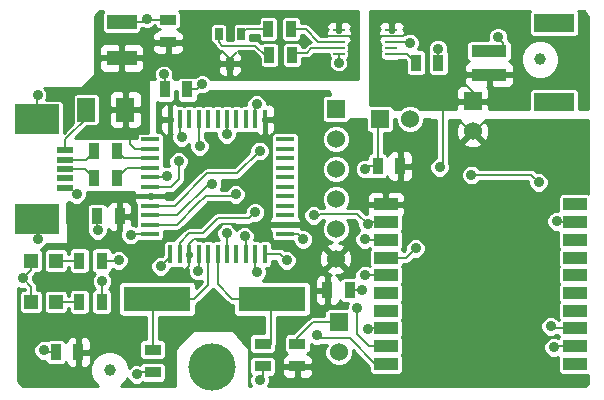
<source format=gtl>
G04 (created by PCBNEW (2013-05-31 BZR 4019)-stable) date 7/20/2013 3:51:13 PM*
%MOIN*%
G04 Gerber Fmt 3.4, Leading zero omitted, Abs format*
%FSLAX34Y34*%
G01*
G70*
G90*
G04 APERTURE LIST*
%ADD10C,0.00590551*%
%ADD11R,0.0394X0.0106*%
%ADD12R,0.1496X0.0984*%
%ADD13R,0.0551X0.0197*%
%ADD14R,0.035X0.055*%
%ADD15R,0.055X0.035*%
%ADD16R,0.06X0.08*%
%ADD17R,0.2205X0.0827*%
%ADD18R,0.0472X0.0472*%
%ADD19R,0.06X0.06*%
%ADD20C,0.06*%
%ADD21C,0.1575*%
%ADD22R,0.0276X0.0394*%
%ADD23R,0.0787X0.0394*%
%ADD24R,0.1X0.05*%
%ADD25R,0.016X0.06*%
%ADD26R,0.06X0.016*%
%ADD27R,0.11811X0.0393701*%
%ADD28R,0.133858X0.0590551*%
%ADD29C,0.0393701*%
%ADD30C,0.035*%
%ADD31C,0.008*%
%ADD32C,0.01*%
G04 APERTURE END LIST*
G54D10*
G54D11*
X22747Y-10722D03*
X22747Y-10922D03*
X22747Y-11122D03*
X22747Y-11322D03*
X22747Y-11522D03*
X24497Y-11522D03*
X24497Y-11322D03*
X24497Y-11122D03*
X24497Y-10922D03*
X24497Y-10722D03*
G54D12*
X12677Y-17007D03*
X12677Y-13699D03*
G54D13*
X13622Y-15983D03*
X13622Y-15668D03*
X13622Y-14723D03*
X13622Y-15038D03*
X13622Y-15353D03*
G54D14*
X20392Y-10688D03*
X21142Y-10688D03*
X20432Y-11555D03*
X21182Y-11555D03*
X15335Y-14763D03*
X14585Y-14763D03*
X15335Y-15649D03*
X14585Y-15649D03*
X25313Y-11811D03*
X26063Y-11811D03*
X24784Y-15255D03*
X24034Y-15255D03*
X14843Y-19783D03*
X14093Y-19783D03*
X15434Y-16929D03*
X14684Y-16929D03*
X22361Y-19389D03*
X23111Y-19389D03*
X14056Y-21456D03*
X13306Y-21456D03*
X16948Y-12696D03*
X17698Y-12696D03*
G54D15*
X20200Y-21175D03*
X20200Y-21925D03*
X16535Y-21376D03*
X16535Y-22126D03*
G54D16*
X15625Y-13375D03*
X14325Y-13375D03*
G54D17*
X20511Y-19685D03*
X16693Y-19685D03*
G54D18*
X13306Y-18405D03*
X12480Y-18405D03*
X13306Y-19783D03*
X12480Y-19783D03*
G54D19*
X24106Y-13681D03*
G54D20*
X25106Y-13681D03*
G54D19*
X22736Y-20464D03*
G54D20*
X22736Y-21464D03*
G54D21*
X18504Y-21948D03*
G54D14*
X14843Y-18405D03*
X14093Y-18405D03*
G54D22*
X19114Y-11838D03*
X18739Y-10838D03*
X19489Y-10838D03*
G54D23*
X24310Y-16535D03*
X24310Y-17125D03*
X24310Y-17716D03*
X24310Y-18306D03*
X24310Y-18897D03*
X24310Y-19487D03*
X24310Y-20078D03*
X24310Y-20668D03*
X24310Y-21259D03*
X24310Y-21849D03*
X30610Y-21849D03*
X30610Y-21259D03*
X30610Y-20668D03*
X30610Y-20078D03*
X30610Y-19487D03*
X30610Y-18897D03*
X30610Y-18306D03*
X30610Y-17716D03*
X30610Y-17125D03*
X30610Y-16535D03*
G54D15*
X17050Y-11125D03*
X17050Y-10375D03*
G54D24*
X15500Y-11650D03*
X15500Y-10450D03*
G54D15*
X21358Y-21930D03*
X21358Y-21180D03*
G54D25*
X18700Y-13694D03*
X18385Y-13694D03*
X18070Y-13694D03*
X17755Y-13694D03*
X17440Y-13694D03*
X17125Y-13694D03*
X19015Y-13694D03*
X19330Y-13694D03*
X19645Y-13694D03*
X19960Y-13694D03*
X20275Y-13694D03*
X18700Y-18194D03*
X18385Y-18194D03*
X18070Y-18194D03*
X17755Y-18194D03*
X17440Y-18194D03*
X17125Y-18194D03*
X19015Y-18194D03*
X19330Y-18194D03*
X19645Y-18194D03*
X19960Y-18194D03*
X20275Y-18194D03*
G54D26*
X16450Y-15944D03*
X20950Y-15944D03*
X16450Y-16259D03*
X20950Y-16259D03*
X20950Y-16574D03*
X16450Y-16574D03*
X16450Y-16889D03*
X20950Y-16889D03*
X20950Y-17204D03*
X16450Y-17204D03*
X16450Y-17519D03*
X20950Y-17519D03*
X20950Y-15629D03*
X16450Y-15629D03*
X16450Y-15314D03*
X20950Y-15314D03*
X20950Y-14999D03*
X16450Y-14999D03*
X16450Y-14684D03*
X20950Y-14684D03*
X20950Y-14369D03*
X16450Y-14369D03*
G54D19*
X22637Y-13346D03*
G54D20*
X22637Y-14346D03*
X22637Y-15346D03*
X22637Y-16346D03*
X22637Y-17346D03*
X22637Y-18346D03*
G54D27*
X27755Y-11417D03*
X27755Y-12204D03*
G54D28*
X29921Y-10492D03*
X29921Y-13129D03*
G54D19*
X27200Y-13100D03*
G54D20*
X27200Y-14100D03*
G54D29*
X29450Y-11700D03*
X15100Y-22050D03*
G54D30*
X19000Y-14200D03*
X29800Y-20600D03*
X27165Y-15551D03*
X29400Y-15800D03*
X23600Y-18900D03*
X18100Y-14600D03*
X21000Y-18400D03*
X14850Y-19100D03*
X19000Y-17500D03*
X16800Y-18600D03*
X15400Y-18400D03*
X22000Y-20900D03*
X20000Y-18800D03*
X23350Y-20000D03*
X19600Y-17600D03*
X15800Y-17550D03*
X19300Y-16200D03*
X19950Y-16800D03*
X21900Y-16900D03*
X23622Y-15354D03*
X23700Y-17200D03*
X18520Y-15840D03*
X20100Y-14750D03*
X25100Y-11150D03*
X26100Y-15300D03*
X25300Y-18000D03*
X20100Y-22400D03*
X26050Y-11350D03*
X18050Y-18750D03*
X21550Y-17700D03*
X16350Y-10350D03*
X30000Y-17100D03*
X23500Y-19400D03*
X29900Y-21300D03*
X23600Y-17700D03*
X23700Y-20700D03*
X16000Y-22200D03*
X12900Y-21400D03*
X12200Y-19000D03*
X20000Y-13200D03*
X17500Y-14300D03*
X17000Y-15600D03*
X14700Y-17400D03*
X12700Y-17700D03*
X14000Y-16200D03*
X12700Y-12900D03*
X28051Y-10964D03*
X18188Y-12519D03*
X22736Y-11811D03*
X17400Y-15100D03*
X16900Y-12200D03*
G54D31*
X17755Y-18194D02*
X17755Y-18594D01*
X17550Y-18800D02*
X17550Y-18750D01*
X17755Y-18594D02*
X17550Y-18800D01*
X17755Y-18194D02*
X17755Y-17854D01*
X17910Y-17700D02*
X18250Y-17700D01*
X17755Y-17854D02*
X17910Y-17700D01*
X18250Y-17700D02*
X18300Y-17700D01*
X19280Y-17180D02*
X19300Y-17200D01*
X18819Y-17180D02*
X19280Y-17180D01*
X18300Y-17700D02*
X18819Y-17180D01*
X27200Y-14100D02*
X27125Y-14100D01*
X27125Y-14100D02*
X26825Y-13800D01*
X27200Y-14100D02*
X27250Y-14100D01*
X27250Y-14100D02*
X27575Y-13775D01*
X17550Y-18750D02*
X17500Y-18800D01*
X16450Y-14684D02*
X15934Y-14684D01*
X15775Y-14525D02*
X15775Y-14275D01*
X15934Y-14684D02*
X15775Y-14525D01*
X19114Y-11838D02*
X19114Y-11676D01*
X19114Y-11676D02*
X18858Y-11420D01*
X19114Y-11838D02*
X19114Y-11685D01*
X19114Y-11685D02*
X19350Y-11450D01*
X22747Y-10922D02*
X23126Y-10922D01*
X23126Y-10922D02*
X23228Y-11023D01*
X22747Y-10922D02*
X22300Y-10922D01*
X22300Y-10922D02*
X22263Y-10885D01*
X19015Y-13694D02*
X19015Y-14184D01*
X19015Y-14184D02*
X19000Y-14200D01*
X29868Y-20668D02*
X29800Y-20600D01*
X30610Y-20668D02*
X29868Y-20668D01*
X29400Y-15800D02*
X29151Y-15551D01*
X29151Y-15551D02*
X27165Y-15551D01*
X23602Y-18897D02*
X24310Y-18897D01*
X23600Y-18900D02*
X23602Y-18897D01*
X18070Y-14570D02*
X18100Y-14600D01*
X18070Y-13694D02*
X18070Y-14570D01*
X22736Y-20464D02*
X21885Y-20464D01*
X21358Y-20991D02*
X21358Y-21180D01*
X21885Y-20464D02*
X21358Y-20991D01*
X21000Y-18400D02*
X20794Y-18194D01*
X20794Y-18194D02*
X20275Y-18194D01*
X16450Y-15314D02*
X15670Y-15314D01*
X15670Y-15314D02*
X15335Y-15649D01*
X16450Y-14999D02*
X15571Y-14999D01*
X15571Y-14999D02*
X15335Y-14763D01*
X14843Y-19783D02*
X14843Y-19106D01*
X14843Y-19106D02*
X14850Y-19100D01*
X19015Y-17515D02*
X19015Y-18194D01*
X19000Y-17500D02*
X19015Y-17515D01*
X14843Y-18405D02*
X15394Y-18405D01*
X17125Y-18274D02*
X17125Y-18194D01*
X16800Y-18600D02*
X17125Y-18274D01*
X15394Y-18405D02*
X15400Y-18400D01*
X24310Y-21849D02*
X23949Y-21849D01*
X22100Y-21000D02*
X22000Y-20900D01*
X23100Y-21000D02*
X22100Y-21000D01*
X23949Y-21849D02*
X23100Y-21000D01*
X19960Y-18760D02*
X19960Y-18194D01*
X20000Y-18800D02*
X19960Y-18760D01*
X24310Y-21259D02*
X23759Y-21259D01*
X23759Y-21259D02*
X23350Y-20850D01*
X23350Y-20850D02*
X23350Y-20000D01*
X19645Y-18194D02*
X19645Y-17645D01*
X19645Y-17645D02*
X19600Y-17600D01*
X15830Y-17519D02*
X16450Y-17519D01*
X15800Y-17550D02*
X15830Y-17519D01*
X18025Y-16525D02*
X18300Y-16250D01*
X19250Y-16250D02*
X19300Y-16200D01*
X18300Y-16250D02*
X19250Y-16250D01*
X16450Y-17204D02*
X17345Y-17204D01*
X17345Y-17204D02*
X18025Y-16525D01*
X13306Y-18405D02*
X14093Y-18405D01*
X13306Y-19783D02*
X14093Y-19783D01*
X24497Y-11522D02*
X25025Y-11522D01*
X25025Y-11522D02*
X25313Y-11811D01*
X19250Y-17000D02*
X19750Y-17000D01*
X19750Y-17000D02*
X19950Y-16800D01*
X17440Y-18194D02*
X17440Y-17809D01*
X17750Y-17500D02*
X18200Y-17500D01*
X17440Y-17809D02*
X17750Y-17500D01*
X18200Y-17500D02*
X18700Y-17000D01*
X18700Y-17000D02*
X19250Y-17000D01*
X18200Y-17500D02*
X18700Y-17000D01*
X23700Y-17200D02*
X23350Y-16850D01*
X23350Y-16850D02*
X22125Y-16850D01*
X22125Y-16850D02*
X22075Y-16900D01*
X22075Y-16900D02*
X21900Y-16900D01*
X24034Y-15255D02*
X24034Y-13752D01*
X24034Y-13752D02*
X24106Y-13681D01*
X24034Y-15255D02*
X23720Y-15255D01*
X23720Y-15255D02*
X23622Y-15354D01*
X24310Y-17125D02*
X23774Y-17125D01*
X23774Y-17125D02*
X23700Y-17200D01*
X16450Y-16889D02*
X17364Y-16889D01*
X18414Y-15840D02*
X18520Y-15840D01*
X17364Y-16889D02*
X18414Y-15840D01*
X19200Y-15500D02*
X18350Y-15500D01*
X18350Y-15500D02*
X17275Y-16574D01*
X17275Y-16574D02*
X16450Y-16574D01*
X19350Y-15500D02*
X20100Y-14750D01*
X19200Y-15500D02*
X19350Y-15500D01*
X24497Y-11122D02*
X25072Y-11122D01*
X25072Y-11122D02*
X25100Y-11150D01*
X13622Y-15038D02*
X14310Y-15038D01*
X14310Y-15038D02*
X14585Y-14763D01*
X13622Y-15353D02*
X14289Y-15353D01*
X14289Y-15353D02*
X14585Y-15649D01*
X13622Y-14723D02*
X13622Y-14369D01*
X13622Y-14369D02*
X14409Y-13582D01*
X27200Y-13100D02*
X27200Y-12800D01*
X27200Y-12800D02*
X26900Y-12500D01*
X24497Y-10922D02*
X24111Y-10922D01*
X24111Y-10922D02*
X24015Y-10826D01*
X24497Y-10922D02*
X24877Y-10922D01*
X24877Y-10922D02*
X25000Y-10800D01*
X24310Y-18306D02*
X24993Y-18306D01*
X26200Y-15200D02*
X26200Y-13280D01*
X26100Y-15300D02*
X26200Y-15200D01*
X24993Y-18306D02*
X25300Y-18000D01*
X24497Y-10922D02*
X24865Y-10922D01*
X24865Y-10922D02*
X24881Y-10905D01*
X20472Y-21180D02*
X20472Y-19723D01*
X20472Y-19723D02*
X20511Y-19685D01*
X18700Y-18194D02*
X18700Y-19200D01*
X19185Y-19685D02*
X20511Y-19685D01*
X18700Y-19200D02*
X19185Y-19685D01*
X16535Y-21376D02*
X16535Y-19842D01*
X16535Y-19842D02*
X16693Y-19685D01*
X18385Y-18194D02*
X18385Y-19214D01*
X17914Y-19685D02*
X16693Y-19685D01*
X18385Y-19214D02*
X17914Y-19685D01*
X20200Y-21925D02*
X20200Y-22300D01*
X20200Y-22300D02*
X20100Y-22400D01*
X26063Y-11811D02*
X26063Y-11363D01*
X26063Y-11363D02*
X26050Y-11350D01*
X18070Y-18194D02*
X18070Y-18729D01*
X18070Y-18729D02*
X18050Y-18750D01*
X20950Y-17519D02*
X21369Y-17519D01*
X21369Y-17519D02*
X21550Y-17700D01*
X17050Y-10375D02*
X16375Y-10375D01*
X16250Y-10450D02*
X16350Y-10350D01*
X16250Y-10450D02*
X15500Y-10450D01*
X16375Y-10375D02*
X16350Y-10350D01*
X30610Y-17125D02*
X30025Y-17125D01*
X30025Y-17125D02*
X30000Y-17100D01*
X23111Y-19389D02*
X23489Y-19389D01*
X23489Y-19389D02*
X23500Y-19400D01*
X30610Y-21259D02*
X29940Y-21259D01*
X29940Y-21259D02*
X29900Y-21300D01*
X24310Y-17716D02*
X23616Y-17716D01*
X23616Y-17716D02*
X23600Y-17700D01*
X24310Y-20668D02*
X23731Y-20668D01*
X23731Y-20668D02*
X23700Y-20700D01*
X16535Y-22126D02*
X16073Y-22126D01*
X16073Y-22126D02*
X16000Y-22200D01*
X13306Y-21456D02*
X12956Y-21456D01*
X12956Y-21456D02*
X12900Y-21400D01*
X12480Y-19783D02*
X12480Y-19280D01*
X12480Y-18719D02*
X12200Y-19000D01*
X12480Y-18719D02*
X12480Y-18405D01*
X12480Y-19280D02*
X12200Y-19000D01*
X19960Y-13694D02*
X19960Y-13239D01*
X19960Y-13239D02*
X20000Y-13200D01*
X17440Y-13694D02*
X17440Y-14240D01*
X17440Y-14240D02*
X17500Y-14300D01*
X16450Y-15629D02*
X16970Y-15629D01*
X16970Y-15629D02*
X17000Y-15600D01*
X14684Y-16929D02*
X14684Y-17384D01*
X14684Y-17384D02*
X14700Y-17400D01*
X12677Y-17007D02*
X12677Y-17677D01*
X12677Y-17677D02*
X12700Y-17700D01*
X13622Y-15983D02*
X13783Y-15983D01*
X13783Y-15983D02*
X14000Y-16200D01*
X12677Y-13699D02*
X12677Y-12922D01*
X12677Y-12922D02*
X12700Y-12900D01*
X28229Y-11418D02*
X28229Y-11142D01*
X28229Y-11142D02*
X28051Y-10964D01*
X17698Y-12696D02*
X18011Y-12696D01*
X18011Y-12696D02*
X18188Y-12519D01*
X22747Y-11522D02*
X22747Y-11800D01*
X22747Y-11800D02*
X22736Y-11811D01*
X22747Y-11122D02*
X22066Y-11122D01*
X21633Y-10688D02*
X21142Y-10688D01*
X22066Y-11122D02*
X21633Y-10688D01*
X16450Y-15944D02*
X17155Y-15944D01*
X17400Y-15700D02*
X17400Y-15100D01*
X17155Y-15944D02*
X17400Y-15700D01*
X16900Y-12200D02*
X16948Y-12248D01*
X16948Y-12248D02*
X16948Y-12696D01*
X22747Y-11322D02*
X21827Y-11322D01*
X21260Y-11476D02*
X21182Y-11555D01*
X21673Y-11476D02*
X21260Y-11476D01*
X21827Y-11322D02*
X21673Y-11476D01*
X20432Y-11555D02*
X20275Y-11555D01*
X18739Y-11121D02*
X18739Y-10838D01*
X18858Y-11240D02*
X18739Y-11121D01*
X19960Y-11240D02*
X18858Y-11240D01*
X20275Y-11555D02*
X19960Y-11240D01*
X20392Y-10688D02*
X19638Y-10688D01*
X19638Y-10688D02*
X19489Y-10838D01*
G54D10*
G36*
X23374Y-12351D02*
X23194Y-12351D01*
X23194Y-11024D01*
X23194Y-11011D01*
X23131Y-10948D01*
X23124Y-10948D01*
X23156Y-10916D01*
X23188Y-10838D01*
X23194Y-10833D01*
X23194Y-10824D01*
X23194Y-10824D01*
X23194Y-10822D01*
X23194Y-10819D01*
X23194Y-10819D01*
X23194Y-10811D01*
X23188Y-10805D01*
X23156Y-10727D01*
X23124Y-10695D01*
X23131Y-10695D01*
X23194Y-10633D01*
X23194Y-10619D01*
X23156Y-10527D01*
X23085Y-10457D01*
X22993Y-10419D01*
X22894Y-10419D01*
X22859Y-10419D01*
X22797Y-10481D01*
X22797Y-10681D01*
X22797Y-10695D01*
X22797Y-10748D01*
X22797Y-10775D01*
X22697Y-10775D01*
X22697Y-10748D01*
X22697Y-10695D01*
X22697Y-10681D01*
X22697Y-10481D01*
X22634Y-10419D01*
X22599Y-10419D01*
X22500Y-10419D01*
X22408Y-10457D01*
X22337Y-10527D01*
X22300Y-10619D01*
X22300Y-10633D01*
X22362Y-10695D01*
X22369Y-10695D01*
X22337Y-10727D01*
X22305Y-10805D01*
X22300Y-10811D01*
X22300Y-10819D01*
X22300Y-10819D01*
X22300Y-10822D01*
X22300Y-10824D01*
X22300Y-10824D01*
X22300Y-10833D01*
X22305Y-10838D01*
X22337Y-10916D01*
X22353Y-10932D01*
X22145Y-10932D01*
X21768Y-10554D01*
X21706Y-10513D01*
X21633Y-10498D01*
X21467Y-10498D01*
X21467Y-10384D01*
X21444Y-10329D01*
X21402Y-10286D01*
X21347Y-10264D01*
X21288Y-10263D01*
X20938Y-10263D01*
X20882Y-10286D01*
X20840Y-10328D01*
X20817Y-10384D01*
X20817Y-10443D01*
X20817Y-10993D01*
X20840Y-11048D01*
X20882Y-11091D01*
X20937Y-11113D01*
X20997Y-11114D01*
X21347Y-11114D01*
X21402Y-11091D01*
X21444Y-11049D01*
X21467Y-10993D01*
X21467Y-10934D01*
X21467Y-10878D01*
X21555Y-10878D01*
X21811Y-11135D01*
X21754Y-11146D01*
X21693Y-11187D01*
X21693Y-11187D01*
X21594Y-11286D01*
X21507Y-11286D01*
X21507Y-11250D01*
X21484Y-11195D01*
X21442Y-11153D01*
X21387Y-11130D01*
X21327Y-11130D01*
X20977Y-11130D01*
X20922Y-11152D01*
X20879Y-11195D01*
X20857Y-11250D01*
X20857Y-11309D01*
X20857Y-11859D01*
X20879Y-11914D01*
X20922Y-11957D01*
X20977Y-11980D01*
X21036Y-11980D01*
X21386Y-11980D01*
X21441Y-11957D01*
X21484Y-11915D01*
X21507Y-11860D01*
X21507Y-11800D01*
X21507Y-11666D01*
X21673Y-11666D01*
X21745Y-11651D01*
X21807Y-11610D01*
X21906Y-11512D01*
X22420Y-11512D01*
X22420Y-11600D01*
X22439Y-11648D01*
X22448Y-11657D01*
X22411Y-11746D01*
X22411Y-11875D01*
X22460Y-11994D01*
X22551Y-12086D01*
X22671Y-12135D01*
X22800Y-12136D01*
X22920Y-12086D01*
X23011Y-11995D01*
X23061Y-11875D01*
X23061Y-11746D01*
X23030Y-11672D01*
X23054Y-11648D01*
X23074Y-11601D01*
X23074Y-11549D01*
X23074Y-11443D01*
X23065Y-11422D01*
X23074Y-11401D01*
X23074Y-11349D01*
X23074Y-11243D01*
X23065Y-11222D01*
X23074Y-11201D01*
X23074Y-11191D01*
X23085Y-11186D01*
X23156Y-11116D01*
X23194Y-11024D01*
X23194Y-12351D01*
X20757Y-12351D01*
X20757Y-11800D01*
X20757Y-11250D01*
X20734Y-11195D01*
X20692Y-11153D01*
X20637Y-11130D01*
X20577Y-11130D01*
X20227Y-11130D01*
X20172Y-11152D01*
X20157Y-11167D01*
X20094Y-11105D01*
X20033Y-11064D01*
X19960Y-11050D01*
X19777Y-11050D01*
X19777Y-11005D01*
X19777Y-10878D01*
X20067Y-10878D01*
X20067Y-10993D01*
X20090Y-11048D01*
X20132Y-11091D01*
X20187Y-11113D01*
X20247Y-11114D01*
X20597Y-11114D01*
X20652Y-11091D01*
X20694Y-11049D01*
X20717Y-10993D01*
X20717Y-10934D01*
X20717Y-10384D01*
X20694Y-10329D01*
X20652Y-10286D01*
X20597Y-10264D01*
X20538Y-10263D01*
X20188Y-10263D01*
X20132Y-10286D01*
X20090Y-10328D01*
X20067Y-10384D01*
X20067Y-10443D01*
X20067Y-10498D01*
X19674Y-10498D01*
X19657Y-10491D01*
X19597Y-10491D01*
X19321Y-10491D01*
X19266Y-10514D01*
X19224Y-10556D01*
X19201Y-10611D01*
X19201Y-10671D01*
X19201Y-11050D01*
X19027Y-11050D01*
X19027Y-11005D01*
X19027Y-10611D01*
X19004Y-10556D01*
X18962Y-10514D01*
X18907Y-10491D01*
X18847Y-10491D01*
X18571Y-10491D01*
X18516Y-10514D01*
X18474Y-10556D01*
X18451Y-10611D01*
X18451Y-10671D01*
X18451Y-11065D01*
X18473Y-11120D01*
X18516Y-11162D01*
X18561Y-11181D01*
X18563Y-11193D01*
X18604Y-11255D01*
X18723Y-11374D01*
X18723Y-11374D01*
X18785Y-11415D01*
X18841Y-11426D01*
X18834Y-11429D01*
X18764Y-11499D01*
X18726Y-11591D01*
X18726Y-11691D01*
X18726Y-11726D01*
X18788Y-11788D01*
X19064Y-11788D01*
X19064Y-11780D01*
X19164Y-11780D01*
X19164Y-11788D01*
X19439Y-11788D01*
X19502Y-11726D01*
X19502Y-11691D01*
X19502Y-11591D01*
X19463Y-11499D01*
X19394Y-11430D01*
X19881Y-11430D01*
X20107Y-11655D01*
X20107Y-11859D01*
X20129Y-11914D01*
X20172Y-11957D01*
X20227Y-11980D01*
X20286Y-11980D01*
X20636Y-11980D01*
X20691Y-11957D01*
X20734Y-11915D01*
X20757Y-11860D01*
X20757Y-11800D01*
X20757Y-12351D01*
X19502Y-12351D01*
X19502Y-11986D01*
X19502Y-11951D01*
X19439Y-11888D01*
X19164Y-11888D01*
X19164Y-12223D01*
X19226Y-12285D01*
X19301Y-12285D01*
X19393Y-12247D01*
X19463Y-12177D01*
X19502Y-12085D01*
X19502Y-11986D01*
X19502Y-12351D01*
X19064Y-12351D01*
X19064Y-12223D01*
X19064Y-11888D01*
X18788Y-11888D01*
X18726Y-11951D01*
X18726Y-11986D01*
X18726Y-12085D01*
X18764Y-12177D01*
X18834Y-12247D01*
X18926Y-12285D01*
X19001Y-12285D01*
X19064Y-12223D01*
X19064Y-12351D01*
X18470Y-12351D01*
X18464Y-12335D01*
X18373Y-12244D01*
X18253Y-12194D01*
X18124Y-12194D01*
X18005Y-12244D01*
X17955Y-12293D01*
X17903Y-12271D01*
X17843Y-12271D01*
X17575Y-12271D01*
X17575Y-11349D01*
X17575Y-11237D01*
X17512Y-11175D01*
X17100Y-11175D01*
X17100Y-11487D01*
X17162Y-11550D01*
X17275Y-11550D01*
X17374Y-11549D01*
X17466Y-11511D01*
X17537Y-11441D01*
X17575Y-11349D01*
X17575Y-12271D01*
X17493Y-12271D01*
X17438Y-12294D01*
X17396Y-12336D01*
X17390Y-12351D01*
X17256Y-12351D01*
X17250Y-12337D01*
X17211Y-12297D01*
X17224Y-12264D01*
X17225Y-12135D01*
X17175Y-12016D01*
X17084Y-11924D01*
X17000Y-11889D01*
X17000Y-11487D01*
X17000Y-11175D01*
X16587Y-11175D01*
X16525Y-11237D01*
X16524Y-11349D01*
X16562Y-11441D01*
X16633Y-11511D01*
X16725Y-11549D01*
X16824Y-11550D01*
X16937Y-11550D01*
X17000Y-11487D01*
X17000Y-11889D01*
X16964Y-11875D01*
X16835Y-11874D01*
X16716Y-11924D01*
X16624Y-12015D01*
X16575Y-12135D01*
X16574Y-12264D01*
X16610Y-12351D01*
X16387Y-12351D01*
X16387Y-14139D01*
X16250Y-14139D01*
X16250Y-11949D01*
X16250Y-11350D01*
X16212Y-11258D01*
X16141Y-11188D01*
X16049Y-11150D01*
X15950Y-11149D01*
X15612Y-11150D01*
X15550Y-11212D01*
X15550Y-11600D01*
X16187Y-11600D01*
X16250Y-11537D01*
X16250Y-11350D01*
X16250Y-11949D01*
X16250Y-11762D01*
X16187Y-11700D01*
X15550Y-11700D01*
X15550Y-12087D01*
X15612Y-12150D01*
X15950Y-12150D01*
X16049Y-12149D01*
X16141Y-12111D01*
X16212Y-12041D01*
X16250Y-11949D01*
X16250Y-14139D01*
X16175Y-14139D01*
X16175Y-13725D01*
X16175Y-13024D01*
X16174Y-12925D01*
X16136Y-12833D01*
X16066Y-12762D01*
X15974Y-12724D01*
X15737Y-12725D01*
X15675Y-12787D01*
X15675Y-13325D01*
X16112Y-13325D01*
X16175Y-13262D01*
X16175Y-13024D01*
X16175Y-13725D01*
X16175Y-13487D01*
X16112Y-13425D01*
X15675Y-13425D01*
X15675Y-13962D01*
X15737Y-14025D01*
X15974Y-14025D01*
X16066Y-13987D01*
X16136Y-13916D01*
X16174Y-13824D01*
X16175Y-13725D01*
X16175Y-14139D01*
X16121Y-14139D01*
X16065Y-14162D01*
X16023Y-14204D01*
X16000Y-14259D01*
X16000Y-14319D01*
X16000Y-14319D01*
X15575Y-14319D01*
X15575Y-13962D01*
X15575Y-13425D01*
X15575Y-13325D01*
X15575Y-12787D01*
X15512Y-12725D01*
X15450Y-12724D01*
X15450Y-12087D01*
X15450Y-11700D01*
X15450Y-11600D01*
X15450Y-11212D01*
X15387Y-11150D01*
X15049Y-11149D01*
X14950Y-11150D01*
X14858Y-11188D01*
X14787Y-11258D01*
X14749Y-11350D01*
X14750Y-11537D01*
X14812Y-11600D01*
X15450Y-11600D01*
X15450Y-11700D01*
X14812Y-11700D01*
X14750Y-11762D01*
X14749Y-11949D01*
X14787Y-12041D01*
X14858Y-12111D01*
X14950Y-12149D01*
X15049Y-12150D01*
X15387Y-12150D01*
X15450Y-12087D01*
X15450Y-12724D01*
X15275Y-12724D01*
X15183Y-12762D01*
X15113Y-12833D01*
X15075Y-12925D01*
X15074Y-13024D01*
X15075Y-13262D01*
X15137Y-13325D01*
X15575Y-13325D01*
X15575Y-13425D01*
X15137Y-13425D01*
X15075Y-13487D01*
X15074Y-13725D01*
X15075Y-13824D01*
X15113Y-13916D01*
X15183Y-13987D01*
X15275Y-14025D01*
X15512Y-14025D01*
X15575Y-13962D01*
X15575Y-14319D01*
X13940Y-14319D01*
X14335Y-13925D01*
X14654Y-13925D01*
X14709Y-13902D01*
X14752Y-13860D01*
X14774Y-13804D01*
X14775Y-13745D01*
X14775Y-12945D01*
X14752Y-12890D01*
X14710Y-12847D01*
X14654Y-12825D01*
X14595Y-12824D01*
X13995Y-12824D01*
X13940Y-12847D01*
X13897Y-12889D01*
X13875Y-12945D01*
X13874Y-13004D01*
X13874Y-13804D01*
X13887Y-13835D01*
X13575Y-14148D01*
X13575Y-13178D01*
X13552Y-13123D01*
X13510Y-13080D01*
X13455Y-13057D01*
X13395Y-13057D01*
X12986Y-13057D01*
X13024Y-12964D01*
X13025Y-12835D01*
X12975Y-12716D01*
X12907Y-12647D01*
X14193Y-12647D01*
X14617Y-12225D01*
X14617Y-10256D01*
X14784Y-10088D01*
X14898Y-10088D01*
X14872Y-10114D01*
X14850Y-10170D01*
X14849Y-10229D01*
X14849Y-10729D01*
X14872Y-10784D01*
X14914Y-10827D01*
X14970Y-10849D01*
X15029Y-10850D01*
X16029Y-10850D01*
X16084Y-10827D01*
X16127Y-10785D01*
X16149Y-10729D01*
X16150Y-10670D01*
X16150Y-10640D01*
X16200Y-10640D01*
X16285Y-10674D01*
X16414Y-10675D01*
X16533Y-10625D01*
X16594Y-10565D01*
X16624Y-10565D01*
X16624Y-10579D01*
X16647Y-10634D01*
X16689Y-10677D01*
X16745Y-10699D01*
X16774Y-10700D01*
X16725Y-10700D01*
X16633Y-10738D01*
X16562Y-10808D01*
X16524Y-10900D01*
X16525Y-11012D01*
X16587Y-11075D01*
X17000Y-11075D01*
X17000Y-11067D01*
X17100Y-11067D01*
X17100Y-11075D01*
X17512Y-11075D01*
X17575Y-11012D01*
X17575Y-10900D01*
X17537Y-10808D01*
X17466Y-10738D01*
X17374Y-10700D01*
X17354Y-10700D01*
X17409Y-10677D01*
X17452Y-10635D01*
X17474Y-10579D01*
X17475Y-10520D01*
X17475Y-10170D01*
X17452Y-10115D01*
X17426Y-10088D01*
X23374Y-10088D01*
X23374Y-12351D01*
X23374Y-12351D01*
G37*
G54D32*
X23374Y-12351D02*
X23194Y-12351D01*
X23194Y-11024D01*
X23194Y-11011D01*
X23131Y-10948D01*
X23124Y-10948D01*
X23156Y-10916D01*
X23188Y-10838D01*
X23194Y-10833D01*
X23194Y-10824D01*
X23194Y-10824D01*
X23194Y-10822D01*
X23194Y-10819D01*
X23194Y-10819D01*
X23194Y-10811D01*
X23188Y-10805D01*
X23156Y-10727D01*
X23124Y-10695D01*
X23131Y-10695D01*
X23194Y-10633D01*
X23194Y-10619D01*
X23156Y-10527D01*
X23085Y-10457D01*
X22993Y-10419D01*
X22894Y-10419D01*
X22859Y-10419D01*
X22797Y-10481D01*
X22797Y-10681D01*
X22797Y-10695D01*
X22797Y-10748D01*
X22797Y-10775D01*
X22697Y-10775D01*
X22697Y-10748D01*
X22697Y-10695D01*
X22697Y-10681D01*
X22697Y-10481D01*
X22634Y-10419D01*
X22599Y-10419D01*
X22500Y-10419D01*
X22408Y-10457D01*
X22337Y-10527D01*
X22300Y-10619D01*
X22300Y-10633D01*
X22362Y-10695D01*
X22369Y-10695D01*
X22337Y-10727D01*
X22305Y-10805D01*
X22300Y-10811D01*
X22300Y-10819D01*
X22300Y-10819D01*
X22300Y-10822D01*
X22300Y-10824D01*
X22300Y-10824D01*
X22300Y-10833D01*
X22305Y-10838D01*
X22337Y-10916D01*
X22353Y-10932D01*
X22145Y-10932D01*
X21768Y-10554D01*
X21706Y-10513D01*
X21633Y-10498D01*
X21467Y-10498D01*
X21467Y-10384D01*
X21444Y-10329D01*
X21402Y-10286D01*
X21347Y-10264D01*
X21288Y-10263D01*
X20938Y-10263D01*
X20882Y-10286D01*
X20840Y-10328D01*
X20817Y-10384D01*
X20817Y-10443D01*
X20817Y-10993D01*
X20840Y-11048D01*
X20882Y-11091D01*
X20937Y-11113D01*
X20997Y-11114D01*
X21347Y-11114D01*
X21402Y-11091D01*
X21444Y-11049D01*
X21467Y-10993D01*
X21467Y-10934D01*
X21467Y-10878D01*
X21555Y-10878D01*
X21811Y-11135D01*
X21754Y-11146D01*
X21693Y-11187D01*
X21693Y-11187D01*
X21594Y-11286D01*
X21507Y-11286D01*
X21507Y-11250D01*
X21484Y-11195D01*
X21442Y-11153D01*
X21387Y-11130D01*
X21327Y-11130D01*
X20977Y-11130D01*
X20922Y-11152D01*
X20879Y-11195D01*
X20857Y-11250D01*
X20857Y-11309D01*
X20857Y-11859D01*
X20879Y-11914D01*
X20922Y-11957D01*
X20977Y-11980D01*
X21036Y-11980D01*
X21386Y-11980D01*
X21441Y-11957D01*
X21484Y-11915D01*
X21507Y-11860D01*
X21507Y-11800D01*
X21507Y-11666D01*
X21673Y-11666D01*
X21745Y-11651D01*
X21807Y-11610D01*
X21906Y-11512D01*
X22420Y-11512D01*
X22420Y-11600D01*
X22439Y-11648D01*
X22448Y-11657D01*
X22411Y-11746D01*
X22411Y-11875D01*
X22460Y-11994D01*
X22551Y-12086D01*
X22671Y-12135D01*
X22800Y-12136D01*
X22920Y-12086D01*
X23011Y-11995D01*
X23061Y-11875D01*
X23061Y-11746D01*
X23030Y-11672D01*
X23054Y-11648D01*
X23074Y-11601D01*
X23074Y-11549D01*
X23074Y-11443D01*
X23065Y-11422D01*
X23074Y-11401D01*
X23074Y-11349D01*
X23074Y-11243D01*
X23065Y-11222D01*
X23074Y-11201D01*
X23074Y-11191D01*
X23085Y-11186D01*
X23156Y-11116D01*
X23194Y-11024D01*
X23194Y-12351D01*
X20757Y-12351D01*
X20757Y-11800D01*
X20757Y-11250D01*
X20734Y-11195D01*
X20692Y-11153D01*
X20637Y-11130D01*
X20577Y-11130D01*
X20227Y-11130D01*
X20172Y-11152D01*
X20157Y-11167D01*
X20094Y-11105D01*
X20033Y-11064D01*
X19960Y-11050D01*
X19777Y-11050D01*
X19777Y-11005D01*
X19777Y-10878D01*
X20067Y-10878D01*
X20067Y-10993D01*
X20090Y-11048D01*
X20132Y-11091D01*
X20187Y-11113D01*
X20247Y-11114D01*
X20597Y-11114D01*
X20652Y-11091D01*
X20694Y-11049D01*
X20717Y-10993D01*
X20717Y-10934D01*
X20717Y-10384D01*
X20694Y-10329D01*
X20652Y-10286D01*
X20597Y-10264D01*
X20538Y-10263D01*
X20188Y-10263D01*
X20132Y-10286D01*
X20090Y-10328D01*
X20067Y-10384D01*
X20067Y-10443D01*
X20067Y-10498D01*
X19674Y-10498D01*
X19657Y-10491D01*
X19597Y-10491D01*
X19321Y-10491D01*
X19266Y-10514D01*
X19224Y-10556D01*
X19201Y-10611D01*
X19201Y-10671D01*
X19201Y-11050D01*
X19027Y-11050D01*
X19027Y-11005D01*
X19027Y-10611D01*
X19004Y-10556D01*
X18962Y-10514D01*
X18907Y-10491D01*
X18847Y-10491D01*
X18571Y-10491D01*
X18516Y-10514D01*
X18474Y-10556D01*
X18451Y-10611D01*
X18451Y-10671D01*
X18451Y-11065D01*
X18473Y-11120D01*
X18516Y-11162D01*
X18561Y-11181D01*
X18563Y-11193D01*
X18604Y-11255D01*
X18723Y-11374D01*
X18723Y-11374D01*
X18785Y-11415D01*
X18841Y-11426D01*
X18834Y-11429D01*
X18764Y-11499D01*
X18726Y-11591D01*
X18726Y-11691D01*
X18726Y-11726D01*
X18788Y-11788D01*
X19064Y-11788D01*
X19064Y-11780D01*
X19164Y-11780D01*
X19164Y-11788D01*
X19439Y-11788D01*
X19502Y-11726D01*
X19502Y-11691D01*
X19502Y-11591D01*
X19463Y-11499D01*
X19394Y-11430D01*
X19881Y-11430D01*
X20107Y-11655D01*
X20107Y-11859D01*
X20129Y-11914D01*
X20172Y-11957D01*
X20227Y-11980D01*
X20286Y-11980D01*
X20636Y-11980D01*
X20691Y-11957D01*
X20734Y-11915D01*
X20757Y-11860D01*
X20757Y-11800D01*
X20757Y-12351D01*
X19502Y-12351D01*
X19502Y-11986D01*
X19502Y-11951D01*
X19439Y-11888D01*
X19164Y-11888D01*
X19164Y-12223D01*
X19226Y-12285D01*
X19301Y-12285D01*
X19393Y-12247D01*
X19463Y-12177D01*
X19502Y-12085D01*
X19502Y-11986D01*
X19502Y-12351D01*
X19064Y-12351D01*
X19064Y-12223D01*
X19064Y-11888D01*
X18788Y-11888D01*
X18726Y-11951D01*
X18726Y-11986D01*
X18726Y-12085D01*
X18764Y-12177D01*
X18834Y-12247D01*
X18926Y-12285D01*
X19001Y-12285D01*
X19064Y-12223D01*
X19064Y-12351D01*
X18470Y-12351D01*
X18464Y-12335D01*
X18373Y-12244D01*
X18253Y-12194D01*
X18124Y-12194D01*
X18005Y-12244D01*
X17955Y-12293D01*
X17903Y-12271D01*
X17843Y-12271D01*
X17575Y-12271D01*
X17575Y-11349D01*
X17575Y-11237D01*
X17512Y-11175D01*
X17100Y-11175D01*
X17100Y-11487D01*
X17162Y-11550D01*
X17275Y-11550D01*
X17374Y-11549D01*
X17466Y-11511D01*
X17537Y-11441D01*
X17575Y-11349D01*
X17575Y-12271D01*
X17493Y-12271D01*
X17438Y-12294D01*
X17396Y-12336D01*
X17390Y-12351D01*
X17256Y-12351D01*
X17250Y-12337D01*
X17211Y-12297D01*
X17224Y-12264D01*
X17225Y-12135D01*
X17175Y-12016D01*
X17084Y-11924D01*
X17000Y-11889D01*
X17000Y-11487D01*
X17000Y-11175D01*
X16587Y-11175D01*
X16525Y-11237D01*
X16524Y-11349D01*
X16562Y-11441D01*
X16633Y-11511D01*
X16725Y-11549D01*
X16824Y-11550D01*
X16937Y-11550D01*
X17000Y-11487D01*
X17000Y-11889D01*
X16964Y-11875D01*
X16835Y-11874D01*
X16716Y-11924D01*
X16624Y-12015D01*
X16575Y-12135D01*
X16574Y-12264D01*
X16610Y-12351D01*
X16387Y-12351D01*
X16387Y-14139D01*
X16250Y-14139D01*
X16250Y-11949D01*
X16250Y-11350D01*
X16212Y-11258D01*
X16141Y-11188D01*
X16049Y-11150D01*
X15950Y-11149D01*
X15612Y-11150D01*
X15550Y-11212D01*
X15550Y-11600D01*
X16187Y-11600D01*
X16250Y-11537D01*
X16250Y-11350D01*
X16250Y-11949D01*
X16250Y-11762D01*
X16187Y-11700D01*
X15550Y-11700D01*
X15550Y-12087D01*
X15612Y-12150D01*
X15950Y-12150D01*
X16049Y-12149D01*
X16141Y-12111D01*
X16212Y-12041D01*
X16250Y-11949D01*
X16250Y-14139D01*
X16175Y-14139D01*
X16175Y-13725D01*
X16175Y-13024D01*
X16174Y-12925D01*
X16136Y-12833D01*
X16066Y-12762D01*
X15974Y-12724D01*
X15737Y-12725D01*
X15675Y-12787D01*
X15675Y-13325D01*
X16112Y-13325D01*
X16175Y-13262D01*
X16175Y-13024D01*
X16175Y-13725D01*
X16175Y-13487D01*
X16112Y-13425D01*
X15675Y-13425D01*
X15675Y-13962D01*
X15737Y-14025D01*
X15974Y-14025D01*
X16066Y-13987D01*
X16136Y-13916D01*
X16174Y-13824D01*
X16175Y-13725D01*
X16175Y-14139D01*
X16121Y-14139D01*
X16065Y-14162D01*
X16023Y-14204D01*
X16000Y-14259D01*
X16000Y-14319D01*
X16000Y-14319D01*
X15575Y-14319D01*
X15575Y-13962D01*
X15575Y-13425D01*
X15575Y-13325D01*
X15575Y-12787D01*
X15512Y-12725D01*
X15450Y-12724D01*
X15450Y-12087D01*
X15450Y-11700D01*
X15450Y-11600D01*
X15450Y-11212D01*
X15387Y-11150D01*
X15049Y-11149D01*
X14950Y-11150D01*
X14858Y-11188D01*
X14787Y-11258D01*
X14749Y-11350D01*
X14750Y-11537D01*
X14812Y-11600D01*
X15450Y-11600D01*
X15450Y-11700D01*
X14812Y-11700D01*
X14750Y-11762D01*
X14749Y-11949D01*
X14787Y-12041D01*
X14858Y-12111D01*
X14950Y-12149D01*
X15049Y-12150D01*
X15387Y-12150D01*
X15450Y-12087D01*
X15450Y-12724D01*
X15275Y-12724D01*
X15183Y-12762D01*
X15113Y-12833D01*
X15075Y-12925D01*
X15074Y-13024D01*
X15075Y-13262D01*
X15137Y-13325D01*
X15575Y-13325D01*
X15575Y-13425D01*
X15137Y-13425D01*
X15075Y-13487D01*
X15074Y-13725D01*
X15075Y-13824D01*
X15113Y-13916D01*
X15183Y-13987D01*
X15275Y-14025D01*
X15512Y-14025D01*
X15575Y-13962D01*
X15575Y-14319D01*
X13940Y-14319D01*
X14335Y-13925D01*
X14654Y-13925D01*
X14709Y-13902D01*
X14752Y-13860D01*
X14774Y-13804D01*
X14775Y-13745D01*
X14775Y-12945D01*
X14752Y-12890D01*
X14710Y-12847D01*
X14654Y-12825D01*
X14595Y-12824D01*
X13995Y-12824D01*
X13940Y-12847D01*
X13897Y-12889D01*
X13875Y-12945D01*
X13874Y-13004D01*
X13874Y-13804D01*
X13887Y-13835D01*
X13575Y-14148D01*
X13575Y-13178D01*
X13552Y-13123D01*
X13510Y-13080D01*
X13455Y-13057D01*
X13395Y-13057D01*
X12986Y-13057D01*
X13024Y-12964D01*
X13025Y-12835D01*
X12975Y-12716D01*
X12907Y-12647D01*
X14193Y-12647D01*
X14617Y-12225D01*
X14617Y-10256D01*
X14784Y-10088D01*
X14898Y-10088D01*
X14872Y-10114D01*
X14850Y-10170D01*
X14849Y-10229D01*
X14849Y-10729D01*
X14872Y-10784D01*
X14914Y-10827D01*
X14970Y-10849D01*
X15029Y-10850D01*
X16029Y-10850D01*
X16084Y-10827D01*
X16127Y-10785D01*
X16149Y-10729D01*
X16150Y-10670D01*
X16150Y-10640D01*
X16200Y-10640D01*
X16285Y-10674D01*
X16414Y-10675D01*
X16533Y-10625D01*
X16594Y-10565D01*
X16624Y-10565D01*
X16624Y-10579D01*
X16647Y-10634D01*
X16689Y-10677D01*
X16745Y-10699D01*
X16774Y-10700D01*
X16725Y-10700D01*
X16633Y-10738D01*
X16562Y-10808D01*
X16524Y-10900D01*
X16525Y-11012D01*
X16587Y-11075D01*
X17000Y-11075D01*
X17000Y-11067D01*
X17100Y-11067D01*
X17100Y-11075D01*
X17512Y-11075D01*
X17575Y-11012D01*
X17575Y-10900D01*
X17537Y-10808D01*
X17466Y-10738D01*
X17374Y-10700D01*
X17354Y-10700D01*
X17409Y-10677D01*
X17452Y-10635D01*
X17474Y-10579D01*
X17475Y-10520D01*
X17475Y-10170D01*
X17452Y-10115D01*
X17426Y-10088D01*
X23374Y-10088D01*
X23374Y-12351D01*
G54D10*
G36*
X31054Y-13363D02*
X30760Y-13363D01*
X30760Y-12800D01*
X30734Y-12738D01*
X30686Y-12690D01*
X30624Y-12664D01*
X30556Y-12664D01*
X30090Y-12664D01*
X30090Y-11573D01*
X29993Y-11337D01*
X29813Y-11157D01*
X29577Y-11059D01*
X29323Y-11059D01*
X29087Y-11156D01*
X28907Y-11336D01*
X28809Y-11572D01*
X28809Y-11826D01*
X28906Y-12062D01*
X29086Y-12242D01*
X29322Y-12340D01*
X29576Y-12340D01*
X29812Y-12243D01*
X29992Y-12063D01*
X30090Y-11827D01*
X30090Y-11573D01*
X30090Y-12664D01*
X29218Y-12664D01*
X29155Y-12690D01*
X29107Y-12738D01*
X29081Y-12800D01*
X29081Y-12868D01*
X29081Y-13344D01*
X28596Y-13344D01*
X28596Y-12451D01*
X28596Y-11958D01*
X28558Y-11866D01*
X28488Y-11796D01*
X28420Y-11767D01*
X28442Y-11758D01*
X28490Y-11710D01*
X28516Y-11648D01*
X28516Y-11580D01*
X28516Y-11186D01*
X28490Y-11124D01*
X28442Y-11076D01*
X28424Y-11068D01*
X28423Y-11062D01*
X28423Y-11062D01*
X28396Y-11021D01*
X28396Y-10896D01*
X28343Y-10769D01*
X28246Y-10672D01*
X28120Y-10619D01*
X27982Y-10619D01*
X27856Y-10671D01*
X27758Y-10768D01*
X27706Y-10895D01*
X27706Y-11032D01*
X27713Y-11050D01*
X27131Y-11050D01*
X27069Y-11076D01*
X27021Y-11124D01*
X26995Y-11186D01*
X26995Y-11254D01*
X26995Y-11647D01*
X27021Y-11710D01*
X27068Y-11758D01*
X27091Y-11767D01*
X27023Y-11796D01*
X26953Y-11866D01*
X26915Y-11958D01*
X26915Y-12092D01*
X26977Y-12154D01*
X27705Y-12154D01*
X27705Y-12146D01*
X27805Y-12146D01*
X27805Y-12154D01*
X28533Y-12154D01*
X28596Y-12092D01*
X28596Y-11958D01*
X28596Y-12451D01*
X28596Y-12317D01*
X28533Y-12254D01*
X27805Y-12254D01*
X27805Y-12589D01*
X27868Y-12651D01*
X28296Y-12651D01*
X28396Y-12651D01*
X28488Y-12613D01*
X28558Y-12543D01*
X28596Y-12451D01*
X28596Y-13344D01*
X27750Y-13344D01*
X27750Y-12750D01*
X27712Y-12658D01*
X27674Y-12620D01*
X27705Y-12589D01*
X27705Y-12254D01*
X26977Y-12254D01*
X26915Y-12317D01*
X26915Y-12451D01*
X26953Y-12543D01*
X26960Y-12549D01*
X26949Y-12549D01*
X26850Y-12550D01*
X26758Y-12588D01*
X26687Y-12658D01*
X26649Y-12750D01*
X26650Y-12987D01*
X26712Y-13050D01*
X27150Y-13050D01*
X27150Y-13042D01*
X27250Y-13042D01*
X27250Y-13050D01*
X27687Y-13050D01*
X27750Y-12987D01*
X27750Y-12750D01*
X27750Y-13344D01*
X27750Y-13344D01*
X27750Y-13212D01*
X27687Y-13150D01*
X27250Y-13150D01*
X27250Y-13157D01*
X27150Y-13157D01*
X27150Y-13150D01*
X26712Y-13150D01*
X26650Y-13212D01*
X26649Y-13344D01*
X26409Y-13344D01*
X26409Y-12052D01*
X26409Y-11502D01*
X26384Y-11443D01*
X26394Y-11418D01*
X26395Y-11281D01*
X26342Y-11154D01*
X26245Y-11057D01*
X26118Y-11005D01*
X25981Y-11004D01*
X25854Y-11057D01*
X25757Y-11154D01*
X25705Y-11281D01*
X25704Y-11418D01*
X25729Y-11477D01*
X25719Y-11502D01*
X25718Y-11569D01*
X25718Y-12119D01*
X25744Y-12182D01*
X25792Y-12230D01*
X25855Y-12255D01*
X25922Y-12256D01*
X26272Y-12256D01*
X26335Y-12230D01*
X26383Y-12182D01*
X26408Y-12119D01*
X26409Y-12052D01*
X26409Y-13344D01*
X25659Y-13344D01*
X25659Y-12052D01*
X25659Y-11502D01*
X25633Y-11439D01*
X25585Y-11391D01*
X25522Y-11366D01*
X25455Y-11365D01*
X25371Y-11365D01*
X25392Y-11345D01*
X25444Y-11218D01*
X25445Y-11081D01*
X25392Y-10954D01*
X25295Y-10857D01*
X25168Y-10805D01*
X25031Y-10804D01*
X24935Y-10844D01*
X24938Y-10838D01*
X24944Y-10833D01*
X24944Y-10824D01*
X24944Y-10824D01*
X24944Y-10822D01*
X24944Y-10819D01*
X24944Y-10819D01*
X24944Y-10811D01*
X24938Y-10805D01*
X24906Y-10727D01*
X24874Y-10695D01*
X24881Y-10695D01*
X24944Y-10633D01*
X24944Y-10619D01*
X24906Y-10527D01*
X24835Y-10457D01*
X24743Y-10419D01*
X24644Y-10419D01*
X24609Y-10419D01*
X24547Y-10481D01*
X24547Y-10681D01*
X24547Y-10695D01*
X24547Y-10748D01*
X24547Y-10775D01*
X24447Y-10775D01*
X24447Y-10748D01*
X24447Y-10695D01*
X24447Y-10681D01*
X24447Y-10481D01*
X24384Y-10419D01*
X24349Y-10419D01*
X24250Y-10419D01*
X24158Y-10457D01*
X24087Y-10527D01*
X24050Y-10619D01*
X24050Y-10633D01*
X24112Y-10695D01*
X24119Y-10695D01*
X24087Y-10727D01*
X24055Y-10805D01*
X24050Y-10811D01*
X24050Y-10819D01*
X24050Y-10819D01*
X24050Y-10822D01*
X24050Y-10824D01*
X24050Y-10824D01*
X24050Y-10833D01*
X24055Y-10838D01*
X24087Y-10916D01*
X24119Y-10948D01*
X24112Y-10948D01*
X24050Y-11011D01*
X24050Y-11024D01*
X24087Y-11116D01*
X24130Y-11158D01*
X24130Y-11208D01*
X24135Y-11222D01*
X24130Y-11235D01*
X24130Y-11302D01*
X24130Y-11408D01*
X24135Y-11422D01*
X24130Y-11435D01*
X24130Y-11502D01*
X24130Y-11608D01*
X24155Y-11671D01*
X24203Y-11719D01*
X24266Y-11745D01*
X24333Y-11745D01*
X24727Y-11745D01*
X24759Y-11732D01*
X24938Y-11732D01*
X24968Y-11762D01*
X24968Y-12119D01*
X24994Y-12182D01*
X25042Y-12230D01*
X25105Y-12255D01*
X25172Y-12256D01*
X25522Y-12256D01*
X25585Y-12230D01*
X25633Y-12182D01*
X25658Y-12119D01*
X25659Y-12052D01*
X25659Y-13344D01*
X25433Y-13344D01*
X25372Y-13282D01*
X25200Y-13211D01*
X25013Y-13211D01*
X24840Y-13282D01*
X24778Y-13344D01*
X24574Y-13344D01*
X24550Y-13284D01*
X24502Y-13237D01*
X24440Y-13211D01*
X24372Y-13211D01*
X23772Y-13211D01*
X23770Y-13212D01*
X23770Y-10087D01*
X23772Y-10087D01*
X29120Y-10087D01*
X29107Y-10100D01*
X29081Y-10162D01*
X29081Y-10230D01*
X29081Y-10821D01*
X29107Y-10883D01*
X29155Y-10931D01*
X29218Y-10957D01*
X29285Y-10957D01*
X30624Y-10957D01*
X30686Y-10931D01*
X30734Y-10883D01*
X30760Y-10821D01*
X30760Y-10753D01*
X30760Y-10163D01*
X30734Y-10100D01*
X30721Y-10087D01*
X30879Y-10087D01*
X30927Y-10097D01*
X31054Y-10274D01*
X31054Y-13363D01*
X31054Y-13363D01*
G37*
G54D32*
X31054Y-13363D02*
X30760Y-13363D01*
X30760Y-12800D01*
X30734Y-12738D01*
X30686Y-12690D01*
X30624Y-12664D01*
X30556Y-12664D01*
X30090Y-12664D01*
X30090Y-11573D01*
X29993Y-11337D01*
X29813Y-11157D01*
X29577Y-11059D01*
X29323Y-11059D01*
X29087Y-11156D01*
X28907Y-11336D01*
X28809Y-11572D01*
X28809Y-11826D01*
X28906Y-12062D01*
X29086Y-12242D01*
X29322Y-12340D01*
X29576Y-12340D01*
X29812Y-12243D01*
X29992Y-12063D01*
X30090Y-11827D01*
X30090Y-11573D01*
X30090Y-12664D01*
X29218Y-12664D01*
X29155Y-12690D01*
X29107Y-12738D01*
X29081Y-12800D01*
X29081Y-12868D01*
X29081Y-13344D01*
X28596Y-13344D01*
X28596Y-12451D01*
X28596Y-11958D01*
X28558Y-11866D01*
X28488Y-11796D01*
X28420Y-11767D01*
X28442Y-11758D01*
X28490Y-11710D01*
X28516Y-11648D01*
X28516Y-11580D01*
X28516Y-11186D01*
X28490Y-11124D01*
X28442Y-11076D01*
X28424Y-11068D01*
X28423Y-11062D01*
X28423Y-11062D01*
X28396Y-11021D01*
X28396Y-10896D01*
X28343Y-10769D01*
X28246Y-10672D01*
X28120Y-10619D01*
X27982Y-10619D01*
X27856Y-10671D01*
X27758Y-10768D01*
X27706Y-10895D01*
X27706Y-11032D01*
X27713Y-11050D01*
X27131Y-11050D01*
X27069Y-11076D01*
X27021Y-11124D01*
X26995Y-11186D01*
X26995Y-11254D01*
X26995Y-11647D01*
X27021Y-11710D01*
X27068Y-11758D01*
X27091Y-11767D01*
X27023Y-11796D01*
X26953Y-11866D01*
X26915Y-11958D01*
X26915Y-12092D01*
X26977Y-12154D01*
X27705Y-12154D01*
X27705Y-12146D01*
X27805Y-12146D01*
X27805Y-12154D01*
X28533Y-12154D01*
X28596Y-12092D01*
X28596Y-11958D01*
X28596Y-12451D01*
X28596Y-12317D01*
X28533Y-12254D01*
X27805Y-12254D01*
X27805Y-12589D01*
X27868Y-12651D01*
X28296Y-12651D01*
X28396Y-12651D01*
X28488Y-12613D01*
X28558Y-12543D01*
X28596Y-12451D01*
X28596Y-13344D01*
X27750Y-13344D01*
X27750Y-12750D01*
X27712Y-12658D01*
X27674Y-12620D01*
X27705Y-12589D01*
X27705Y-12254D01*
X26977Y-12254D01*
X26915Y-12317D01*
X26915Y-12451D01*
X26953Y-12543D01*
X26960Y-12549D01*
X26949Y-12549D01*
X26850Y-12550D01*
X26758Y-12588D01*
X26687Y-12658D01*
X26649Y-12750D01*
X26650Y-12987D01*
X26712Y-13050D01*
X27150Y-13050D01*
X27150Y-13042D01*
X27250Y-13042D01*
X27250Y-13050D01*
X27687Y-13050D01*
X27750Y-12987D01*
X27750Y-12750D01*
X27750Y-13344D01*
X27750Y-13344D01*
X27750Y-13212D01*
X27687Y-13150D01*
X27250Y-13150D01*
X27250Y-13157D01*
X27150Y-13157D01*
X27150Y-13150D01*
X26712Y-13150D01*
X26650Y-13212D01*
X26649Y-13344D01*
X26409Y-13344D01*
X26409Y-12052D01*
X26409Y-11502D01*
X26384Y-11443D01*
X26394Y-11418D01*
X26395Y-11281D01*
X26342Y-11154D01*
X26245Y-11057D01*
X26118Y-11005D01*
X25981Y-11004D01*
X25854Y-11057D01*
X25757Y-11154D01*
X25705Y-11281D01*
X25704Y-11418D01*
X25729Y-11477D01*
X25719Y-11502D01*
X25718Y-11569D01*
X25718Y-12119D01*
X25744Y-12182D01*
X25792Y-12230D01*
X25855Y-12255D01*
X25922Y-12256D01*
X26272Y-12256D01*
X26335Y-12230D01*
X26383Y-12182D01*
X26408Y-12119D01*
X26409Y-12052D01*
X26409Y-13344D01*
X25659Y-13344D01*
X25659Y-12052D01*
X25659Y-11502D01*
X25633Y-11439D01*
X25585Y-11391D01*
X25522Y-11366D01*
X25455Y-11365D01*
X25371Y-11365D01*
X25392Y-11345D01*
X25444Y-11218D01*
X25445Y-11081D01*
X25392Y-10954D01*
X25295Y-10857D01*
X25168Y-10805D01*
X25031Y-10804D01*
X24935Y-10844D01*
X24938Y-10838D01*
X24944Y-10833D01*
X24944Y-10824D01*
X24944Y-10824D01*
X24944Y-10822D01*
X24944Y-10819D01*
X24944Y-10819D01*
X24944Y-10811D01*
X24938Y-10805D01*
X24906Y-10727D01*
X24874Y-10695D01*
X24881Y-10695D01*
X24944Y-10633D01*
X24944Y-10619D01*
X24906Y-10527D01*
X24835Y-10457D01*
X24743Y-10419D01*
X24644Y-10419D01*
X24609Y-10419D01*
X24547Y-10481D01*
X24547Y-10681D01*
X24547Y-10695D01*
X24547Y-10748D01*
X24547Y-10775D01*
X24447Y-10775D01*
X24447Y-10748D01*
X24447Y-10695D01*
X24447Y-10681D01*
X24447Y-10481D01*
X24384Y-10419D01*
X24349Y-10419D01*
X24250Y-10419D01*
X24158Y-10457D01*
X24087Y-10527D01*
X24050Y-10619D01*
X24050Y-10633D01*
X24112Y-10695D01*
X24119Y-10695D01*
X24087Y-10727D01*
X24055Y-10805D01*
X24050Y-10811D01*
X24050Y-10819D01*
X24050Y-10819D01*
X24050Y-10822D01*
X24050Y-10824D01*
X24050Y-10824D01*
X24050Y-10833D01*
X24055Y-10838D01*
X24087Y-10916D01*
X24119Y-10948D01*
X24112Y-10948D01*
X24050Y-11011D01*
X24050Y-11024D01*
X24087Y-11116D01*
X24130Y-11158D01*
X24130Y-11208D01*
X24135Y-11222D01*
X24130Y-11235D01*
X24130Y-11302D01*
X24130Y-11408D01*
X24135Y-11422D01*
X24130Y-11435D01*
X24130Y-11502D01*
X24130Y-11608D01*
X24155Y-11671D01*
X24203Y-11719D01*
X24266Y-11745D01*
X24333Y-11745D01*
X24727Y-11745D01*
X24759Y-11732D01*
X24938Y-11732D01*
X24968Y-11762D01*
X24968Y-12119D01*
X24994Y-12182D01*
X25042Y-12230D01*
X25105Y-12255D01*
X25172Y-12256D01*
X25522Y-12256D01*
X25585Y-12230D01*
X25633Y-12182D01*
X25658Y-12119D01*
X25659Y-12052D01*
X25659Y-13344D01*
X25433Y-13344D01*
X25372Y-13282D01*
X25200Y-13211D01*
X25013Y-13211D01*
X24840Y-13282D01*
X24778Y-13344D01*
X24574Y-13344D01*
X24550Y-13284D01*
X24502Y-13237D01*
X24440Y-13211D01*
X24372Y-13211D01*
X23772Y-13211D01*
X23770Y-13212D01*
X23770Y-10087D01*
X23772Y-10087D01*
X29120Y-10087D01*
X29107Y-10100D01*
X29081Y-10162D01*
X29081Y-10230D01*
X29081Y-10821D01*
X29107Y-10883D01*
X29155Y-10931D01*
X29218Y-10957D01*
X29285Y-10957D01*
X30624Y-10957D01*
X30686Y-10931D01*
X30734Y-10883D01*
X30760Y-10821D01*
X30760Y-10753D01*
X30760Y-10163D01*
X30734Y-10100D01*
X30721Y-10087D01*
X30879Y-10087D01*
X30927Y-10097D01*
X31054Y-10274D01*
X31054Y-13363D01*
G54D10*
G36*
X17813Y-18244D02*
X17795Y-18244D01*
X17795Y-18252D01*
X17715Y-18252D01*
X17715Y-18244D01*
X17697Y-18244D01*
X17697Y-18144D01*
X17715Y-18144D01*
X17715Y-18137D01*
X17795Y-18137D01*
X17795Y-18144D01*
X17813Y-18144D01*
X17813Y-18244D01*
X17813Y-18244D01*
G37*
G54D32*
X17813Y-18244D02*
X17795Y-18244D01*
X17795Y-18252D01*
X17715Y-18252D01*
X17715Y-18244D01*
X17697Y-18244D01*
X17697Y-18144D01*
X17715Y-18144D01*
X17715Y-18137D01*
X17795Y-18137D01*
X17795Y-18144D01*
X17813Y-18144D01*
X17813Y-18244D01*
G54D10*
G36*
X18802Y-17210D02*
X18707Y-17304D01*
X18655Y-17431D01*
X18654Y-17568D01*
X18707Y-17695D01*
X18736Y-17724D01*
X18587Y-17724D01*
X18543Y-17742D01*
X18499Y-17724D01*
X18432Y-17724D01*
X18272Y-17724D01*
X18228Y-17742D01*
X18184Y-17724D01*
X18117Y-17724D01*
X18019Y-17724D01*
X18004Y-17710D01*
X18200Y-17710D01*
X18280Y-17694D01*
X18348Y-17648D01*
X18786Y-17210D01*
X18802Y-17210D01*
X18802Y-17210D01*
G37*
G54D32*
X18802Y-17210D02*
X18707Y-17304D01*
X18655Y-17431D01*
X18654Y-17568D01*
X18707Y-17695D01*
X18736Y-17724D01*
X18587Y-17724D01*
X18543Y-17742D01*
X18499Y-17724D01*
X18432Y-17724D01*
X18272Y-17724D01*
X18228Y-17742D01*
X18184Y-17724D01*
X18117Y-17724D01*
X18019Y-17724D01*
X18004Y-17710D01*
X18200Y-17710D01*
X18280Y-17694D01*
X18348Y-17648D01*
X18786Y-17210D01*
X18802Y-17210D01*
G54D10*
G36*
X31054Y-22415D02*
X31038Y-22495D01*
X31007Y-22541D01*
X30960Y-22573D01*
X30878Y-22589D01*
X25645Y-22589D01*
X25645Y-17931D01*
X25592Y-17804D01*
X25495Y-17707D01*
X25368Y-17655D01*
X25231Y-17654D01*
X25209Y-17664D01*
X25209Y-15481D01*
X25209Y-15030D01*
X25209Y-14930D01*
X25171Y-14839D01*
X25100Y-14768D01*
X25008Y-14730D01*
X24896Y-14730D01*
X24834Y-14793D01*
X24834Y-15205D01*
X25146Y-15205D01*
X25209Y-15143D01*
X25209Y-15030D01*
X25209Y-15481D01*
X25209Y-15368D01*
X25146Y-15305D01*
X24834Y-15305D01*
X24834Y-15718D01*
X24896Y-15780D01*
X25008Y-15780D01*
X25100Y-15742D01*
X25171Y-15672D01*
X25209Y-15580D01*
X25209Y-15481D01*
X25209Y-17664D01*
X25104Y-17707D01*
X25007Y-17804D01*
X24955Y-17931D01*
X24954Y-18048D01*
X24906Y-18096D01*
X24874Y-18096D01*
X24874Y-18076D01*
X24848Y-18013D01*
X24846Y-18011D01*
X24848Y-18010D01*
X24874Y-17947D01*
X24874Y-17880D01*
X24874Y-17486D01*
X24848Y-17423D01*
X24846Y-17421D01*
X24848Y-17419D01*
X24874Y-17356D01*
X24874Y-17289D01*
X24874Y-16916D01*
X24915Y-16874D01*
X24954Y-16782D01*
X24954Y-16683D01*
X24954Y-16388D01*
X24954Y-16288D01*
X24915Y-16197D01*
X24845Y-16126D01*
X24753Y-16088D01*
X24423Y-16088D01*
X24360Y-16151D01*
X24360Y-16485D01*
X24891Y-16485D01*
X24954Y-16423D01*
X24954Y-16388D01*
X24954Y-16683D01*
X24954Y-16648D01*
X24891Y-16585D01*
X24360Y-16585D01*
X24360Y-16593D01*
X24260Y-16593D01*
X24260Y-16585D01*
X24260Y-16485D01*
X24260Y-16151D01*
X24198Y-16088D01*
X23867Y-16088D01*
X23775Y-16126D01*
X23705Y-16197D01*
X23667Y-16288D01*
X23667Y-16388D01*
X23667Y-16423D01*
X23729Y-16485D01*
X24260Y-16485D01*
X24260Y-16585D01*
X23729Y-16585D01*
X23667Y-16648D01*
X23667Y-16683D01*
X23667Y-16782D01*
X23697Y-16854D01*
X23651Y-16854D01*
X23498Y-16701D01*
X23430Y-16655D01*
X23350Y-16640D01*
X23008Y-16640D01*
X23036Y-16613D01*
X23107Y-16440D01*
X23107Y-16253D01*
X23107Y-15253D01*
X23107Y-14253D01*
X23036Y-14080D01*
X22904Y-13948D01*
X22731Y-13876D01*
X22544Y-13876D01*
X22371Y-13947D01*
X22239Y-14079D01*
X22167Y-14252D01*
X22167Y-14439D01*
X22239Y-14612D01*
X22371Y-14744D01*
X22543Y-14816D01*
X22730Y-14816D01*
X22903Y-14745D01*
X23036Y-14613D01*
X23107Y-14440D01*
X23107Y-14253D01*
X23107Y-15253D01*
X23036Y-15080D01*
X22904Y-14948D01*
X22731Y-14876D01*
X22544Y-14876D01*
X22371Y-14947D01*
X22239Y-15079D01*
X22167Y-15252D01*
X22167Y-15439D01*
X22239Y-15612D01*
X22371Y-15744D01*
X22543Y-15816D01*
X22730Y-15816D01*
X22903Y-15745D01*
X23036Y-15613D01*
X23107Y-15440D01*
X23107Y-15253D01*
X23107Y-16253D01*
X23036Y-16080D01*
X22904Y-15948D01*
X22731Y-15876D01*
X22544Y-15876D01*
X22371Y-15947D01*
X22239Y-16079D01*
X22167Y-16252D01*
X22167Y-16439D01*
X22239Y-16612D01*
X22266Y-16640D01*
X22127Y-16640D01*
X22095Y-16607D01*
X21968Y-16555D01*
X21831Y-16554D01*
X21704Y-16607D01*
X21607Y-16704D01*
X21555Y-16831D01*
X21554Y-16968D01*
X21607Y-17095D01*
X21704Y-17192D01*
X21831Y-17244D01*
X21968Y-17245D01*
X22095Y-17192D01*
X22192Y-17095D01*
X22207Y-17060D01*
X22259Y-17060D01*
X22239Y-17079D01*
X22167Y-17252D01*
X22167Y-17439D01*
X22239Y-17612D01*
X22371Y-17744D01*
X22509Y-17802D01*
X22501Y-17802D01*
X22349Y-17865D01*
X22322Y-17960D01*
X22637Y-18275D01*
X22952Y-17960D01*
X22925Y-17865D01*
X22757Y-17805D01*
X22903Y-17745D01*
X23036Y-17613D01*
X23107Y-17440D01*
X23107Y-17253D01*
X23036Y-17080D01*
X23015Y-17060D01*
X23263Y-17060D01*
X23355Y-17152D01*
X23354Y-17268D01*
X23407Y-17395D01*
X23415Y-17403D01*
X23404Y-17407D01*
X23307Y-17504D01*
X23255Y-17631D01*
X23254Y-17768D01*
X23307Y-17895D01*
X23404Y-17992D01*
X23531Y-18044D01*
X23668Y-18045D01*
X23770Y-18003D01*
X23772Y-18010D01*
X23774Y-18011D01*
X23773Y-18013D01*
X23747Y-18075D01*
X23747Y-18143D01*
X23747Y-18537D01*
X23772Y-18597D01*
X23668Y-18555D01*
X23531Y-18554D01*
X23404Y-18607D01*
X23307Y-18704D01*
X23255Y-18831D01*
X23254Y-18944D01*
X23252Y-18944D01*
X23192Y-18944D01*
X23192Y-18428D01*
X23181Y-18209D01*
X23119Y-18058D01*
X23023Y-18031D01*
X22708Y-18346D01*
X23023Y-18661D01*
X23119Y-18634D01*
X23192Y-18428D01*
X23192Y-18944D01*
X22902Y-18944D01*
X22840Y-18970D01*
X22792Y-19018D01*
X22779Y-19048D01*
X22748Y-18972D01*
X22677Y-18902D01*
X22661Y-18895D01*
X22774Y-18890D01*
X22925Y-18827D01*
X22952Y-18732D01*
X22637Y-18417D01*
X22567Y-18487D01*
X22567Y-18346D01*
X22251Y-18031D01*
X22156Y-18058D01*
X22083Y-18264D01*
X22093Y-18483D01*
X22156Y-18634D01*
X22251Y-18661D01*
X22567Y-18346D01*
X22567Y-18487D01*
X22322Y-18732D01*
X22349Y-18827D01*
X22468Y-18870D01*
X22411Y-18927D01*
X22411Y-19339D01*
X22419Y-19339D01*
X22419Y-19439D01*
X22411Y-19439D01*
X22411Y-19852D01*
X22473Y-19914D01*
X22585Y-19914D01*
X22677Y-19876D01*
X22748Y-19806D01*
X22779Y-19730D01*
X22792Y-19760D01*
X22839Y-19808D01*
X22902Y-19834D01*
X22969Y-19834D01*
X23045Y-19834D01*
X23005Y-19931D01*
X23005Y-19994D01*
X23002Y-19994D01*
X22402Y-19994D01*
X22340Y-20020D01*
X22311Y-20049D01*
X22311Y-19852D01*
X22311Y-19439D01*
X22311Y-19339D01*
X22311Y-18927D01*
X22248Y-18864D01*
X22136Y-18864D01*
X22044Y-18902D01*
X21974Y-18972D01*
X21936Y-19064D01*
X21936Y-19164D01*
X21936Y-19277D01*
X21998Y-19339D01*
X22311Y-19339D01*
X22311Y-19439D01*
X21998Y-19439D01*
X21936Y-19502D01*
X21936Y-19615D01*
X21936Y-19714D01*
X21974Y-19806D01*
X22044Y-19876D01*
X22136Y-19914D01*
X22248Y-19914D01*
X22311Y-19852D01*
X22311Y-20049D01*
X22292Y-20068D01*
X22266Y-20130D01*
X22266Y-20198D01*
X22266Y-20254D01*
X21895Y-20254D01*
X21895Y-17631D01*
X21842Y-17504D01*
X21745Y-17407D01*
X21618Y-17355D01*
X21493Y-17354D01*
X21492Y-17354D01*
X21500Y-17334D01*
X21500Y-17307D01*
X21500Y-17102D01*
X21500Y-17074D01*
X21462Y-16983D01*
X21420Y-16941D01*
X21420Y-16936D01*
X21420Y-16776D01*
X21402Y-16732D01*
X21420Y-16688D01*
X21420Y-16621D01*
X21420Y-16461D01*
X21402Y-16417D01*
X21420Y-16373D01*
X21420Y-16306D01*
X21420Y-16146D01*
X21402Y-16102D01*
X21420Y-16058D01*
X21420Y-15991D01*
X21420Y-15831D01*
X21402Y-15787D01*
X21420Y-15743D01*
X21420Y-15676D01*
X21420Y-15516D01*
X21402Y-15472D01*
X21420Y-15428D01*
X21420Y-15361D01*
X21420Y-15201D01*
X21402Y-15157D01*
X21420Y-15113D01*
X21420Y-15046D01*
X21420Y-14886D01*
X21402Y-14842D01*
X21420Y-14798D01*
X21420Y-14731D01*
X21420Y-14571D01*
X21402Y-14527D01*
X21420Y-14483D01*
X21420Y-14416D01*
X21420Y-14256D01*
X21394Y-14193D01*
X21347Y-14145D01*
X21284Y-14119D01*
X21217Y-14119D01*
X20617Y-14119D01*
X20561Y-14142D01*
X20567Y-14136D01*
X20605Y-14044D01*
X20605Y-13945D01*
X20605Y-13444D01*
X20605Y-13344D01*
X20567Y-13253D01*
X20497Y-13182D01*
X20405Y-13144D01*
X20378Y-13144D01*
X20345Y-13178D01*
X20345Y-13131D01*
X20292Y-13004D01*
X20195Y-12907D01*
X20068Y-12855D01*
X19931Y-12854D01*
X19804Y-12907D01*
X19707Y-13004D01*
X19655Y-13131D01*
X19654Y-13224D01*
X19532Y-13224D01*
X19488Y-13242D01*
X19444Y-13224D01*
X19377Y-13224D01*
X19217Y-13224D01*
X19173Y-13242D01*
X19129Y-13224D01*
X19062Y-13224D01*
X18902Y-13224D01*
X18858Y-13242D01*
X18814Y-13224D01*
X18747Y-13224D01*
X18587Y-13224D01*
X18543Y-13242D01*
X18499Y-13224D01*
X18432Y-13224D01*
X18272Y-13224D01*
X18228Y-13242D01*
X18184Y-13224D01*
X18117Y-13224D01*
X17957Y-13224D01*
X17913Y-13242D01*
X17869Y-13224D01*
X17802Y-13224D01*
X17642Y-13224D01*
X17598Y-13242D01*
X17554Y-13224D01*
X17487Y-13224D01*
X17389Y-13224D01*
X17347Y-13182D01*
X17255Y-13144D01*
X17228Y-13144D01*
X17165Y-13207D01*
X17165Y-13644D01*
X17183Y-13644D01*
X17183Y-13744D01*
X17165Y-13744D01*
X17165Y-14182D01*
X17172Y-14189D01*
X17155Y-14231D01*
X17154Y-14368D01*
X17207Y-14495D01*
X17304Y-14592D01*
X17431Y-14644D01*
X17568Y-14645D01*
X17695Y-14592D01*
X17755Y-14532D01*
X17754Y-14668D01*
X17807Y-14795D01*
X17904Y-14892D01*
X18031Y-14944D01*
X18168Y-14945D01*
X18295Y-14892D01*
X18392Y-14795D01*
X18444Y-14668D01*
X18445Y-14531D01*
X18392Y-14404D01*
X18295Y-14307D01*
X18280Y-14301D01*
X18280Y-14164D01*
X18339Y-14164D01*
X18499Y-14164D01*
X18543Y-14146D01*
X18586Y-14164D01*
X18654Y-14164D01*
X18655Y-14164D01*
X18654Y-14268D01*
X18707Y-14395D01*
X18804Y-14492D01*
X18931Y-14544D01*
X19068Y-14545D01*
X19195Y-14492D01*
X19292Y-14395D01*
X19344Y-14268D01*
X19345Y-14164D01*
X19444Y-14164D01*
X19488Y-14146D01*
X19531Y-14164D01*
X19599Y-14164D01*
X19759Y-14164D01*
X19803Y-14146D01*
X19846Y-14164D01*
X19914Y-14164D01*
X20012Y-14164D01*
X20054Y-14206D01*
X20146Y-14244D01*
X20173Y-14244D01*
X20235Y-14182D01*
X20235Y-13744D01*
X20217Y-13744D01*
X20217Y-13644D01*
X20235Y-13644D01*
X20235Y-13637D01*
X20315Y-13637D01*
X20315Y-13644D01*
X20543Y-13644D01*
X20605Y-13582D01*
X20605Y-13444D01*
X20605Y-13945D01*
X20605Y-13807D01*
X20543Y-13744D01*
X20315Y-13744D01*
X20315Y-14182D01*
X20378Y-14244D01*
X20405Y-14244D01*
X20497Y-14206D01*
X20503Y-14200D01*
X20480Y-14255D01*
X20480Y-14323D01*
X20480Y-14483D01*
X20498Y-14527D01*
X20480Y-14570D01*
X20480Y-14638D01*
X20480Y-14798D01*
X20498Y-14842D01*
X20480Y-14885D01*
X20480Y-14953D01*
X20480Y-15113D01*
X20498Y-15157D01*
X20480Y-15200D01*
X20480Y-15268D01*
X20480Y-15428D01*
X20498Y-15472D01*
X20480Y-15515D01*
X20480Y-15583D01*
X20480Y-15743D01*
X20498Y-15787D01*
X20480Y-15830D01*
X20480Y-15898D01*
X20480Y-16058D01*
X20498Y-16102D01*
X20480Y-16145D01*
X20480Y-16213D01*
X20480Y-16373D01*
X20498Y-16417D01*
X20480Y-16460D01*
X20480Y-16528D01*
X20480Y-16688D01*
X20498Y-16732D01*
X20480Y-16775D01*
X20480Y-16843D01*
X20480Y-16941D01*
X20445Y-16977D01*
X20445Y-14681D01*
X20392Y-14554D01*
X20295Y-14457D01*
X20168Y-14405D01*
X20031Y-14404D01*
X19904Y-14457D01*
X19807Y-14554D01*
X19755Y-14681D01*
X19754Y-14798D01*
X19263Y-15290D01*
X19200Y-15290D01*
X18350Y-15290D01*
X18349Y-15290D01*
X18334Y-15293D01*
X18269Y-15305D01*
X18201Y-15351D01*
X18201Y-15351D01*
X17188Y-16364D01*
X17000Y-16364D01*
X17000Y-16362D01*
X16938Y-16299D01*
X16500Y-16299D01*
X16500Y-16317D01*
X16400Y-16317D01*
X16400Y-16299D01*
X15963Y-16299D01*
X15900Y-16362D01*
X15900Y-16389D01*
X15938Y-16481D01*
X15980Y-16523D01*
X15980Y-16528D01*
X15980Y-16688D01*
X15998Y-16732D01*
X15980Y-16775D01*
X15980Y-16843D01*
X15980Y-17003D01*
X15998Y-17047D01*
X15980Y-17090D01*
X15980Y-17158D01*
X15980Y-17251D01*
X15868Y-17205D01*
X15859Y-17205D01*
X15859Y-17154D01*
X15859Y-16703D01*
X15859Y-16604D01*
X15820Y-16512D01*
X15750Y-16442D01*
X15658Y-16404D01*
X15546Y-16404D01*
X15484Y-16466D01*
X15484Y-16879D01*
X15796Y-16879D01*
X15859Y-16816D01*
X15859Y-16703D01*
X15859Y-17154D01*
X15859Y-17041D01*
X15796Y-16979D01*
X15484Y-16979D01*
X15484Y-17391D01*
X15489Y-17397D01*
X15455Y-17481D01*
X15454Y-17618D01*
X15507Y-17745D01*
X15604Y-17842D01*
X15731Y-17894D01*
X15868Y-17895D01*
X15995Y-17842D01*
X16082Y-17755D01*
X16116Y-17769D01*
X16184Y-17769D01*
X16784Y-17769D01*
X16846Y-17744D01*
X16894Y-17696D01*
X16920Y-17633D01*
X16920Y-17566D01*
X16920Y-17414D01*
X17345Y-17414D01*
X17425Y-17398D01*
X17493Y-17353D01*
X18173Y-16673D01*
X18173Y-16673D01*
X18173Y-16673D01*
X18386Y-16460D01*
X19072Y-16460D01*
X19104Y-16492D01*
X19231Y-16544D01*
X19368Y-16545D01*
X19495Y-16492D01*
X19592Y-16395D01*
X19644Y-16268D01*
X19645Y-16131D01*
X19592Y-16004D01*
X19495Y-15907D01*
X19368Y-15855D01*
X19231Y-15854D01*
X19104Y-15907D01*
X19007Y-16004D01*
X18992Y-16040D01*
X18807Y-16040D01*
X18812Y-16035D01*
X18864Y-15908D01*
X18865Y-15771D01*
X18839Y-15710D01*
X19200Y-15710D01*
X19350Y-15710D01*
X19430Y-15694D01*
X19498Y-15648D01*
X20052Y-15094D01*
X20168Y-15095D01*
X20295Y-15042D01*
X20392Y-14945D01*
X20444Y-14818D01*
X20445Y-14681D01*
X20445Y-16977D01*
X20438Y-16983D01*
X20400Y-17074D01*
X20400Y-17102D01*
X20463Y-17164D01*
X20900Y-17164D01*
X20900Y-17147D01*
X21000Y-17147D01*
X21000Y-17164D01*
X21438Y-17164D01*
X21500Y-17102D01*
X21500Y-17307D01*
X21438Y-17244D01*
X21000Y-17244D01*
X21000Y-17262D01*
X20900Y-17262D01*
X20900Y-17244D01*
X20463Y-17244D01*
X20400Y-17307D01*
X20400Y-17334D01*
X20438Y-17426D01*
X20480Y-17468D01*
X20480Y-17473D01*
X20480Y-17633D01*
X20506Y-17696D01*
X20554Y-17743D01*
X20616Y-17769D01*
X20684Y-17769D01*
X21205Y-17769D01*
X21257Y-17895D01*
X21354Y-17992D01*
X21481Y-18044D01*
X21618Y-18045D01*
X21745Y-17992D01*
X21842Y-17895D01*
X21894Y-17768D01*
X21895Y-17631D01*
X21895Y-20254D01*
X21885Y-20254D01*
X21885Y-20254D01*
X21869Y-20257D01*
X21813Y-20268D01*
X21813Y-20058D01*
X21813Y-19231D01*
X21783Y-19158D01*
X21727Y-19102D01*
X21653Y-19071D01*
X21574Y-19071D01*
X20216Y-19071D01*
X20292Y-18995D01*
X20344Y-18868D01*
X20345Y-18731D01*
X20317Y-18664D01*
X20389Y-18664D01*
X20451Y-18639D01*
X20499Y-18591D01*
X20525Y-18528D01*
X20525Y-18461D01*
X20525Y-18404D01*
X20654Y-18404D01*
X20654Y-18468D01*
X20707Y-18595D01*
X20804Y-18692D01*
X20931Y-18744D01*
X21068Y-18745D01*
X21195Y-18692D01*
X21292Y-18595D01*
X21344Y-18468D01*
X21345Y-18331D01*
X21292Y-18204D01*
X21195Y-18107D01*
X21068Y-18055D01*
X20951Y-18054D01*
X20943Y-18046D01*
X20875Y-18000D01*
X20794Y-17984D01*
X20525Y-17984D01*
X20525Y-17861D01*
X20499Y-17798D01*
X20452Y-17750D01*
X20389Y-17724D01*
X20322Y-17724D01*
X20162Y-17724D01*
X20118Y-17742D01*
X20074Y-17724D01*
X20007Y-17724D01*
X19921Y-17724D01*
X19944Y-17668D01*
X19945Y-17531D01*
X19892Y-17404D01*
X19795Y-17307D01*
X19668Y-17255D01*
X19531Y-17254D01*
X19404Y-17307D01*
X19326Y-17385D01*
X19292Y-17304D01*
X19197Y-17210D01*
X19250Y-17210D01*
X19750Y-17210D01*
X19830Y-17194D01*
X19898Y-17148D01*
X19902Y-17144D01*
X20018Y-17145D01*
X20145Y-17092D01*
X20242Y-16995D01*
X20294Y-16868D01*
X20295Y-16731D01*
X20242Y-16604D01*
X20145Y-16507D01*
X20018Y-16455D01*
X19881Y-16454D01*
X19754Y-16507D01*
X19657Y-16604D01*
X19605Y-16731D01*
X19605Y-16790D01*
X19250Y-16790D01*
X18700Y-16790D01*
X18619Y-16805D01*
X18551Y-16851D01*
X18113Y-17290D01*
X17750Y-17290D01*
X17669Y-17305D01*
X17601Y-17351D01*
X17292Y-17660D01*
X17247Y-17728D01*
X17239Y-17724D01*
X17172Y-17724D01*
X17012Y-17724D01*
X16949Y-17750D01*
X16901Y-17798D01*
X16875Y-17860D01*
X16875Y-17928D01*
X16875Y-18227D01*
X16847Y-18255D01*
X16731Y-18254D01*
X16604Y-18307D01*
X16507Y-18404D01*
X16455Y-18531D01*
X16454Y-18668D01*
X16507Y-18795D01*
X16604Y-18892D01*
X16731Y-18944D01*
X16868Y-18945D01*
X16995Y-18892D01*
X17092Y-18795D01*
X17144Y-18668D01*
X17144Y-18664D01*
X17239Y-18664D01*
X17283Y-18646D01*
X17326Y-18664D01*
X17394Y-18664D01*
X17492Y-18664D01*
X17534Y-18706D01*
X17626Y-18744D01*
X17653Y-18744D01*
X17705Y-18693D01*
X17704Y-18818D01*
X17757Y-18945D01*
X17854Y-19042D01*
X17981Y-19094D01*
X18118Y-19095D01*
X18175Y-19071D01*
X18175Y-19127D01*
X17995Y-19307D01*
X17995Y-19231D01*
X17965Y-19158D01*
X17909Y-19102D01*
X17835Y-19071D01*
X17756Y-19071D01*
X15745Y-19071D01*
X15745Y-18331D01*
X15692Y-18204D01*
X15595Y-18107D01*
X15468Y-18055D01*
X15384Y-18054D01*
X15384Y-17391D01*
X15384Y-16979D01*
X15376Y-16979D01*
X15376Y-16879D01*
X15384Y-16879D01*
X15384Y-16466D01*
X15321Y-16404D01*
X15209Y-16404D01*
X15117Y-16442D01*
X15047Y-16512D01*
X15015Y-16588D01*
X15003Y-16557D01*
X14955Y-16510D01*
X14893Y-16484D01*
X14825Y-16484D01*
X14475Y-16484D01*
X14412Y-16509D01*
X14365Y-16557D01*
X14339Y-16620D01*
X14339Y-16687D01*
X14339Y-17237D01*
X14364Y-17300D01*
X14366Y-17302D01*
X14355Y-17331D01*
X14354Y-17468D01*
X14407Y-17595D01*
X14504Y-17692D01*
X14631Y-17744D01*
X14768Y-17745D01*
X14895Y-17692D01*
X14992Y-17595D01*
X15044Y-17468D01*
X15045Y-17340D01*
X15047Y-17345D01*
X15117Y-17416D01*
X15209Y-17454D01*
X15321Y-17454D01*
X15384Y-17391D01*
X15384Y-18054D01*
X15331Y-18054D01*
X15204Y-18107D01*
X15188Y-18123D01*
X15188Y-18096D01*
X15162Y-18034D01*
X15114Y-17986D01*
X15052Y-17960D01*
X14984Y-17960D01*
X14634Y-17960D01*
X14572Y-17986D01*
X14524Y-18034D01*
X14498Y-18096D01*
X14498Y-18164D01*
X14498Y-18714D01*
X14524Y-18776D01*
X14572Y-18824D01*
X14618Y-18843D01*
X14557Y-18904D01*
X14505Y-19031D01*
X14504Y-19168D01*
X14557Y-19295D01*
X14610Y-19348D01*
X14572Y-19364D01*
X14524Y-19412D01*
X14498Y-19474D01*
X14498Y-19542D01*
X14498Y-20092D01*
X14524Y-20154D01*
X14572Y-20202D01*
X14634Y-20228D01*
X14702Y-20228D01*
X15052Y-20228D01*
X15114Y-20202D01*
X15162Y-20154D01*
X15188Y-20092D01*
X15188Y-20024D01*
X15188Y-19474D01*
X15162Y-19412D01*
X15114Y-19364D01*
X15085Y-19352D01*
X15142Y-19295D01*
X15194Y-19168D01*
X15195Y-19031D01*
X15142Y-18904D01*
X15077Y-18839D01*
X15114Y-18824D01*
X15162Y-18776D01*
X15188Y-18714D01*
X15188Y-18676D01*
X15204Y-18692D01*
X15331Y-18744D01*
X15468Y-18745D01*
X15595Y-18692D01*
X15692Y-18595D01*
X15744Y-18468D01*
X15745Y-18331D01*
X15745Y-19071D01*
X15551Y-19071D01*
X15477Y-19101D01*
X15421Y-19158D01*
X15390Y-19231D01*
X15390Y-19311D01*
X15390Y-20138D01*
X15421Y-20211D01*
X15477Y-20267D01*
X15550Y-20298D01*
X15630Y-20298D01*
X16325Y-20298D01*
X16325Y-21031D01*
X16226Y-21031D01*
X16164Y-21057D01*
X16116Y-21105D01*
X16090Y-21168D01*
X16090Y-21235D01*
X16090Y-21585D01*
X16116Y-21648D01*
X16164Y-21696D01*
X16226Y-21721D01*
X16294Y-21721D01*
X16844Y-21721D01*
X16906Y-21696D01*
X16954Y-21648D01*
X16980Y-21585D01*
X16980Y-21518D01*
X16980Y-21168D01*
X16954Y-21105D01*
X16906Y-21057D01*
X16844Y-21031D01*
X16776Y-21031D01*
X16745Y-21031D01*
X16745Y-20298D01*
X17835Y-20298D01*
X17909Y-20268D01*
X17965Y-20211D01*
X17995Y-20138D01*
X17995Y-20058D01*
X17995Y-19878D01*
X18063Y-19833D01*
X18534Y-19362D01*
X18534Y-19362D01*
X18534Y-19362D01*
X18547Y-19342D01*
X18552Y-19349D01*
X19036Y-19833D01*
X19036Y-19833D01*
X19104Y-19879D01*
X19104Y-19879D01*
X19185Y-19895D01*
X19208Y-19895D01*
X19208Y-20138D01*
X19239Y-20211D01*
X19295Y-20267D01*
X19368Y-20298D01*
X19448Y-20298D01*
X20262Y-20298D01*
X20262Y-20829D01*
X19891Y-20829D01*
X19828Y-20855D01*
X19780Y-20903D01*
X19755Y-20966D01*
X19754Y-21033D01*
X19754Y-21383D01*
X19780Y-21446D01*
X19828Y-21494D01*
X19891Y-21519D01*
X19958Y-21520D01*
X20508Y-21520D01*
X20571Y-21494D01*
X20619Y-21446D01*
X20644Y-21383D01*
X20645Y-21316D01*
X20645Y-21292D01*
X20666Y-21260D01*
X20682Y-21180D01*
X20682Y-20298D01*
X21653Y-20298D01*
X21727Y-20268D01*
X21783Y-20211D01*
X21813Y-20138D01*
X21813Y-20058D01*
X21813Y-20268D01*
X21805Y-20270D01*
X21736Y-20316D01*
X21736Y-20316D01*
X21217Y-20835D01*
X21049Y-20835D01*
X20987Y-20860D01*
X20939Y-20908D01*
X20913Y-20971D01*
X20913Y-21038D01*
X20913Y-21388D01*
X20939Y-21451D01*
X20986Y-21499D01*
X21017Y-21511D01*
X20941Y-21543D01*
X20871Y-21613D01*
X20833Y-21705D01*
X20833Y-21817D01*
X20895Y-21880D01*
X21308Y-21880D01*
X21308Y-21872D01*
X21408Y-21872D01*
X21408Y-21880D01*
X21820Y-21880D01*
X21883Y-21817D01*
X21883Y-21705D01*
X21845Y-21613D01*
X21775Y-21543D01*
X21699Y-21511D01*
X21729Y-21499D01*
X21777Y-21451D01*
X21803Y-21389D01*
X21803Y-21321D01*
X21803Y-21191D01*
X21804Y-21192D01*
X21931Y-21244D01*
X22068Y-21245D01*
X22153Y-21210D01*
X22333Y-21210D01*
X22266Y-21370D01*
X22266Y-21557D01*
X22337Y-21730D01*
X22469Y-21862D01*
X22642Y-21934D01*
X22829Y-21934D01*
X23002Y-21863D01*
X23134Y-21731D01*
X23206Y-21558D01*
X23206Y-21403D01*
X23747Y-21944D01*
X23747Y-22080D01*
X23772Y-22143D01*
X23820Y-22190D01*
X23883Y-22216D01*
X23950Y-22216D01*
X24737Y-22216D01*
X24800Y-22191D01*
X24848Y-22143D01*
X24874Y-22080D01*
X24874Y-22013D01*
X24874Y-21619D01*
X24848Y-21556D01*
X24846Y-21554D01*
X24848Y-21553D01*
X24874Y-21490D01*
X24874Y-21423D01*
X24874Y-21029D01*
X24848Y-20966D01*
X24846Y-20964D01*
X24848Y-20962D01*
X24874Y-20899D01*
X24874Y-20832D01*
X24874Y-20438D01*
X24848Y-20375D01*
X24846Y-20373D01*
X24848Y-20372D01*
X24874Y-20309D01*
X24874Y-20242D01*
X24874Y-19848D01*
X24848Y-19785D01*
X24846Y-19783D01*
X24848Y-19781D01*
X24874Y-19718D01*
X24874Y-19651D01*
X24874Y-19257D01*
X24848Y-19194D01*
X24846Y-19192D01*
X24848Y-19191D01*
X24874Y-19128D01*
X24874Y-19061D01*
X24874Y-18667D01*
X24848Y-18604D01*
X24846Y-18602D01*
X24848Y-18600D01*
X24874Y-18537D01*
X24874Y-18516D01*
X24993Y-18516D01*
X25073Y-18500D01*
X25141Y-18455D01*
X25252Y-18344D01*
X25368Y-18345D01*
X25495Y-18292D01*
X25592Y-18195D01*
X25644Y-18068D01*
X25645Y-17931D01*
X25645Y-22589D01*
X21883Y-22589D01*
X21883Y-22154D01*
X21883Y-22042D01*
X21820Y-21980D01*
X21408Y-21980D01*
X21408Y-22292D01*
X21470Y-22355D01*
X21583Y-22355D01*
X21683Y-22355D01*
X21775Y-22316D01*
X21845Y-22246D01*
X21883Y-22154D01*
X21883Y-22589D01*
X21308Y-22589D01*
X21308Y-22292D01*
X21308Y-21980D01*
X20895Y-21980D01*
X20833Y-22042D01*
X20833Y-22154D01*
X20871Y-22246D01*
X20941Y-22316D01*
X21033Y-22355D01*
X21132Y-22355D01*
X21245Y-22355D01*
X21308Y-22292D01*
X21308Y-22589D01*
X20394Y-22589D01*
X20444Y-22468D01*
X20445Y-22331D01*
X20419Y-22270D01*
X20508Y-22270D01*
X20571Y-22244D01*
X20619Y-22196D01*
X20644Y-22133D01*
X20645Y-22066D01*
X20645Y-21716D01*
X20619Y-21653D01*
X20571Y-21605D01*
X20508Y-21580D01*
X20441Y-21579D01*
X19891Y-21579D01*
X19828Y-21605D01*
X19780Y-21653D01*
X19755Y-21716D01*
X19754Y-21783D01*
X19754Y-22133D01*
X19780Y-22196D01*
X19802Y-22217D01*
X19755Y-22331D01*
X19754Y-22468D01*
X19805Y-22589D01*
X19783Y-22589D01*
X19735Y-22588D01*
X19735Y-21339D01*
X19216Y-20717D01*
X17892Y-20717D01*
X17273Y-21337D01*
X17273Y-22587D01*
X15467Y-22587D01*
X15642Y-22413D01*
X15678Y-22326D01*
X15707Y-22395D01*
X15804Y-22492D01*
X15931Y-22544D01*
X16068Y-22545D01*
X16195Y-22492D01*
X16219Y-22468D01*
X16226Y-22471D01*
X16294Y-22471D01*
X16844Y-22471D01*
X16906Y-22446D01*
X16954Y-22398D01*
X16980Y-22335D01*
X16980Y-22268D01*
X16980Y-21918D01*
X16954Y-21855D01*
X16906Y-21807D01*
X16844Y-21781D01*
X16776Y-21781D01*
X16226Y-21781D01*
X16164Y-21807D01*
X16116Y-21855D01*
X16109Y-21871D01*
X16068Y-21855D01*
X15931Y-21854D01*
X15804Y-21907D01*
X15740Y-21971D01*
X15740Y-21923D01*
X15643Y-21687D01*
X15463Y-21507D01*
X15227Y-21409D01*
X14973Y-21409D01*
X14737Y-21506D01*
X14557Y-21686D01*
X14481Y-21870D01*
X14481Y-21682D01*
X14481Y-21231D01*
X14481Y-21131D01*
X14442Y-21039D01*
X14438Y-21035D01*
X14438Y-20024D01*
X14438Y-19474D01*
X14438Y-18646D01*
X14438Y-18096D01*
X14412Y-18034D01*
X14364Y-17986D01*
X14302Y-17960D01*
X14234Y-17960D01*
X13884Y-17960D01*
X13822Y-17986D01*
X13774Y-18034D01*
X13748Y-18096D01*
X13748Y-18164D01*
X13748Y-18195D01*
X13712Y-18195D01*
X13712Y-18135D01*
X13686Y-18073D01*
X13639Y-18025D01*
X13576Y-17999D01*
X13509Y-17999D01*
X13037Y-17999D01*
X12974Y-18025D01*
X12926Y-18073D01*
X12900Y-18135D01*
X12900Y-18203D01*
X12900Y-18675D01*
X12926Y-18737D01*
X12974Y-18785D01*
X13036Y-18811D01*
X13104Y-18811D01*
X13576Y-18811D01*
X13638Y-18785D01*
X13686Y-18737D01*
X13712Y-18675D01*
X13712Y-18615D01*
X13748Y-18615D01*
X13748Y-18714D01*
X13774Y-18776D01*
X13822Y-18824D01*
X13884Y-18850D01*
X13952Y-18850D01*
X14302Y-18850D01*
X14364Y-18824D01*
X14412Y-18776D01*
X14438Y-18714D01*
X14438Y-18646D01*
X14438Y-19474D01*
X14412Y-19412D01*
X14364Y-19364D01*
X14302Y-19338D01*
X14234Y-19338D01*
X13884Y-19338D01*
X13822Y-19364D01*
X13774Y-19412D01*
X13748Y-19474D01*
X13748Y-19542D01*
X13748Y-19573D01*
X13712Y-19573D01*
X13712Y-19513D01*
X13686Y-19451D01*
X13639Y-19403D01*
X13576Y-19377D01*
X13509Y-19377D01*
X13037Y-19377D01*
X12974Y-19403D01*
X12926Y-19451D01*
X12900Y-19513D01*
X12900Y-19581D01*
X12900Y-20053D01*
X12926Y-20115D01*
X12974Y-20163D01*
X13036Y-20189D01*
X13104Y-20189D01*
X13576Y-20189D01*
X13638Y-20163D01*
X13686Y-20115D01*
X13712Y-20053D01*
X13712Y-19993D01*
X13748Y-19993D01*
X13748Y-20092D01*
X13774Y-20154D01*
X13822Y-20202D01*
X13884Y-20228D01*
X13952Y-20228D01*
X14302Y-20228D01*
X14364Y-20202D01*
X14412Y-20154D01*
X14438Y-20092D01*
X14438Y-20024D01*
X14438Y-21035D01*
X14372Y-20969D01*
X14280Y-20931D01*
X14168Y-20931D01*
X14106Y-20994D01*
X14106Y-21406D01*
X14418Y-21406D01*
X14481Y-21344D01*
X14481Y-21231D01*
X14481Y-21682D01*
X14481Y-21569D01*
X14418Y-21506D01*
X14106Y-21506D01*
X14106Y-21919D01*
X14168Y-21981D01*
X14280Y-21981D01*
X14372Y-21943D01*
X14442Y-21873D01*
X14481Y-21781D01*
X14481Y-21682D01*
X14481Y-21870D01*
X14459Y-21922D01*
X14459Y-22176D01*
X14556Y-22412D01*
X14731Y-22587D01*
X14006Y-22587D01*
X14006Y-21919D01*
X14006Y-21506D01*
X13998Y-21506D01*
X13998Y-21406D01*
X14006Y-21406D01*
X14006Y-20994D01*
X13943Y-20931D01*
X13831Y-20931D01*
X13739Y-20969D01*
X13669Y-21039D01*
X13637Y-21115D01*
X13625Y-21085D01*
X13577Y-21037D01*
X13515Y-21011D01*
X13447Y-21011D01*
X13097Y-21011D01*
X13034Y-21037D01*
X13003Y-21069D01*
X12968Y-21055D01*
X12831Y-21054D01*
X12704Y-21107D01*
X12607Y-21204D01*
X12555Y-21331D01*
X12554Y-21468D01*
X12607Y-21595D01*
X12704Y-21692D01*
X12831Y-21744D01*
X12961Y-21745D01*
X12961Y-21765D01*
X12986Y-21827D01*
X13034Y-21875D01*
X13097Y-21901D01*
X13164Y-21901D01*
X13514Y-21901D01*
X13577Y-21875D01*
X13625Y-21828D01*
X13637Y-21797D01*
X13669Y-21873D01*
X13739Y-21943D01*
X13831Y-21981D01*
X13943Y-21981D01*
X14006Y-21919D01*
X14006Y-22587D01*
X12225Y-22587D01*
X12058Y-22420D01*
X12058Y-19314D01*
X12131Y-19344D01*
X12248Y-19345D01*
X12270Y-19367D01*
X12270Y-19377D01*
X12211Y-19377D01*
X12148Y-19403D01*
X12100Y-19451D01*
X12074Y-19513D01*
X12074Y-19581D01*
X12074Y-20053D01*
X12100Y-20115D01*
X12148Y-20163D01*
X12210Y-20189D01*
X12278Y-20189D01*
X12750Y-20189D01*
X12812Y-20163D01*
X12860Y-20115D01*
X12886Y-20053D01*
X12886Y-19985D01*
X12886Y-19513D01*
X12860Y-19451D01*
X12813Y-19403D01*
X12750Y-19377D01*
X12690Y-19377D01*
X12690Y-19280D01*
X12690Y-19280D01*
X12690Y-19280D01*
X12687Y-19264D01*
X12674Y-19200D01*
X12674Y-19200D01*
X12629Y-19132D01*
X12629Y-19132D01*
X12544Y-19047D01*
X12545Y-18951D01*
X12629Y-18867D01*
X12629Y-18867D01*
X12629Y-18867D01*
X12666Y-18811D01*
X12750Y-18811D01*
X12812Y-18785D01*
X12860Y-18737D01*
X12886Y-18675D01*
X12886Y-18607D01*
X12886Y-18135D01*
X12860Y-18073D01*
X12813Y-18026D01*
X12895Y-17992D01*
X12992Y-17895D01*
X13005Y-17864D01*
X13729Y-17864D01*
X13677Y-16486D01*
X13750Y-16437D01*
X13804Y-16492D01*
X13931Y-16544D01*
X14068Y-16545D01*
X14195Y-16492D01*
X14292Y-16395D01*
X14344Y-16268D01*
X14345Y-16131D01*
X14344Y-16129D01*
X14764Y-16128D01*
X15901Y-16128D01*
X15900Y-16129D01*
X15900Y-16157D01*
X15963Y-16219D01*
X16400Y-16219D01*
X16400Y-16202D01*
X16500Y-16202D01*
X16500Y-16219D01*
X16938Y-16219D01*
X17000Y-16157D01*
X17000Y-16154D01*
X17155Y-16154D01*
X17235Y-16138D01*
X17303Y-16093D01*
X17548Y-15848D01*
X17548Y-15848D01*
X17548Y-15848D01*
X17594Y-15780D01*
X17594Y-15780D01*
X17606Y-15715D01*
X17610Y-15700D01*
X17609Y-15700D01*
X17610Y-15700D01*
X17610Y-15377D01*
X17692Y-15295D01*
X17744Y-15168D01*
X17745Y-15031D01*
X17692Y-14904D01*
X17595Y-14807D01*
X17468Y-14755D01*
X17331Y-14754D01*
X17204Y-14807D01*
X17107Y-14904D01*
X17055Y-15031D01*
X17054Y-15168D01*
X17095Y-15266D01*
X17068Y-15255D01*
X16931Y-15254D01*
X16920Y-15259D01*
X16920Y-15201D01*
X16902Y-15157D01*
X16920Y-15113D01*
X16920Y-15046D01*
X16920Y-14886D01*
X16902Y-14842D01*
X16920Y-14798D01*
X16920Y-14731D01*
X16920Y-14571D01*
X16902Y-14527D01*
X16920Y-14483D01*
X16920Y-14416D01*
X16920Y-14256D01*
X16897Y-14200D01*
X16904Y-14206D01*
X16996Y-14244D01*
X17023Y-14244D01*
X17085Y-14182D01*
X17085Y-13744D01*
X17085Y-13644D01*
X17085Y-13207D01*
X17023Y-13144D01*
X16996Y-13144D01*
X16904Y-13182D01*
X16833Y-13253D01*
X16795Y-13344D01*
X16795Y-13444D01*
X16795Y-13582D01*
X16858Y-13644D01*
X17085Y-13644D01*
X17085Y-13744D01*
X16858Y-13744D01*
X16795Y-13807D01*
X16795Y-13945D01*
X16795Y-14044D01*
X16833Y-14136D01*
X16840Y-14142D01*
X16784Y-14119D01*
X16717Y-14119D01*
X16684Y-14119D01*
X16684Y-13119D01*
X16739Y-13141D01*
X16806Y-13141D01*
X17156Y-13141D01*
X17219Y-13116D01*
X17267Y-13068D01*
X17293Y-13005D01*
X17293Y-12938D01*
X17293Y-12746D01*
X17353Y-12746D01*
X17353Y-13005D01*
X17378Y-13068D01*
X17426Y-13115D01*
X17489Y-13141D01*
X17556Y-13141D01*
X17906Y-13141D01*
X17969Y-13116D01*
X18017Y-13068D01*
X18043Y-13005D01*
X18043Y-12938D01*
X18043Y-12900D01*
X18092Y-12890D01*
X18131Y-12864D01*
X18257Y-12864D01*
X18384Y-12812D01*
X18450Y-12746D01*
X21003Y-12746D01*
X21006Y-12745D01*
X22431Y-12749D01*
X22435Y-12876D01*
X22304Y-12876D01*
X22241Y-12902D01*
X22193Y-12950D01*
X22167Y-13012D01*
X22167Y-13080D01*
X22167Y-13680D01*
X22193Y-13742D01*
X22241Y-13790D01*
X22303Y-13816D01*
X22371Y-13816D01*
X22971Y-13816D01*
X23033Y-13790D01*
X23081Y-13742D01*
X23104Y-13689D01*
X23636Y-13692D01*
X23636Y-14014D01*
X23662Y-14077D01*
X23709Y-14125D01*
X23772Y-14151D01*
X23824Y-14151D01*
X23824Y-14811D01*
X23763Y-14836D01*
X23715Y-14884D01*
X23689Y-14946D01*
X23689Y-15009D01*
X23553Y-15009D01*
X23426Y-15061D01*
X23329Y-15158D01*
X23277Y-15285D01*
X23276Y-15422D01*
X23329Y-15549D01*
X23426Y-15646D01*
X23553Y-15699D01*
X23690Y-15699D01*
X23759Y-15670D01*
X23763Y-15674D01*
X23825Y-15700D01*
X23893Y-15700D01*
X24243Y-15700D01*
X24305Y-15675D01*
X24353Y-15627D01*
X24366Y-15596D01*
X24397Y-15672D01*
X24468Y-15742D01*
X24559Y-15780D01*
X24671Y-15780D01*
X24734Y-15718D01*
X24734Y-15305D01*
X24726Y-15305D01*
X24726Y-15205D01*
X24734Y-15205D01*
X24734Y-14793D01*
X24671Y-14730D01*
X24559Y-14730D01*
X24468Y-14768D01*
X24397Y-14839D01*
X24366Y-14914D01*
X24353Y-14884D01*
X24305Y-14836D01*
X24244Y-14811D01*
X24244Y-14151D01*
X24439Y-14151D01*
X24502Y-14125D01*
X24550Y-14077D01*
X24576Y-14015D01*
X24576Y-13947D01*
X24576Y-13697D01*
X24636Y-13697D01*
X24636Y-13774D01*
X24707Y-13946D01*
X24839Y-14079D01*
X25012Y-14151D01*
X25199Y-14151D01*
X25372Y-14079D01*
X25504Y-13947D01*
X25576Y-13775D01*
X25576Y-13702D01*
X25990Y-13704D01*
X25990Y-14972D01*
X25904Y-15007D01*
X25807Y-15104D01*
X25755Y-15231D01*
X25754Y-15368D01*
X25807Y-15495D01*
X25904Y-15592D01*
X26031Y-15644D01*
X26168Y-15645D01*
X26295Y-15592D01*
X26392Y-15495D01*
X26444Y-15368D01*
X26445Y-15231D01*
X26410Y-15146D01*
X26410Y-13707D01*
X26799Y-13709D01*
X26768Y-13739D01*
X26814Y-13784D01*
X26718Y-13812D01*
X26645Y-14018D01*
X26656Y-14236D01*
X26718Y-14387D01*
X26814Y-14415D01*
X27129Y-14100D01*
X27123Y-14094D01*
X27194Y-14023D01*
X27200Y-14029D01*
X27205Y-14023D01*
X27276Y-14094D01*
X27270Y-14100D01*
X27585Y-14415D01*
X27681Y-14387D01*
X27754Y-14181D01*
X27743Y-13963D01*
X27681Y-13812D01*
X27585Y-13784D01*
X27631Y-13739D01*
X27605Y-13713D01*
X31054Y-13732D01*
X31054Y-16175D01*
X31038Y-16168D01*
X30970Y-16168D01*
X30183Y-16168D01*
X30120Y-16194D01*
X30073Y-16242D01*
X30047Y-16304D01*
X30047Y-16372D01*
X30047Y-16755D01*
X29931Y-16754D01*
X29804Y-16807D01*
X29745Y-16867D01*
X29745Y-15731D01*
X29692Y-15604D01*
X29595Y-15507D01*
X29468Y-15455D01*
X29351Y-15454D01*
X29299Y-15402D01*
X29231Y-15357D01*
X29151Y-15341D01*
X27754Y-15341D01*
X27515Y-15341D01*
X27515Y-14485D01*
X27200Y-14170D01*
X27129Y-14241D01*
X26884Y-14485D01*
X26912Y-14581D01*
X27118Y-14654D01*
X27336Y-14643D01*
X27487Y-14581D01*
X27515Y-14485D01*
X27515Y-15341D01*
X27443Y-15341D01*
X27361Y-15258D01*
X27234Y-15206D01*
X27097Y-15206D01*
X26970Y-15258D01*
X26873Y-15355D01*
X26820Y-15482D01*
X26820Y-15619D01*
X26872Y-15746D01*
X26969Y-15843D01*
X27096Y-15896D01*
X27233Y-15896D01*
X27360Y-15843D01*
X27443Y-15761D01*
X29055Y-15761D01*
X29054Y-15868D01*
X29107Y-15995D01*
X29204Y-16092D01*
X29331Y-16144D01*
X29468Y-16145D01*
X29595Y-16092D01*
X29692Y-15995D01*
X29744Y-15868D01*
X29745Y-15731D01*
X29745Y-16867D01*
X29707Y-16904D01*
X29655Y-17031D01*
X29654Y-17168D01*
X29707Y-17295D01*
X29804Y-17392D01*
X29931Y-17444D01*
X30064Y-17445D01*
X30047Y-17485D01*
X30047Y-17553D01*
X30047Y-17947D01*
X30072Y-18010D01*
X30074Y-18011D01*
X30073Y-18013D01*
X30047Y-18075D01*
X30047Y-18143D01*
X30047Y-18537D01*
X30072Y-18600D01*
X30075Y-18602D01*
X30073Y-18604D01*
X30047Y-18666D01*
X30047Y-18734D01*
X30047Y-19128D01*
X30072Y-19191D01*
X30074Y-19192D01*
X30073Y-19194D01*
X30047Y-19256D01*
X30047Y-19324D01*
X30047Y-19718D01*
X30072Y-19781D01*
X30075Y-19783D01*
X30073Y-19785D01*
X30047Y-19847D01*
X30047Y-19915D01*
X30047Y-20309D01*
X30072Y-20372D01*
X30074Y-20373D01*
X30073Y-20375D01*
X30070Y-20382D01*
X29995Y-20307D01*
X29868Y-20255D01*
X29731Y-20254D01*
X29604Y-20307D01*
X29507Y-20404D01*
X29455Y-20531D01*
X29454Y-20668D01*
X29507Y-20795D01*
X29604Y-20892D01*
X29731Y-20944D01*
X29868Y-20945D01*
X29995Y-20892D01*
X30008Y-20878D01*
X30047Y-20878D01*
X30047Y-20899D01*
X30072Y-20962D01*
X30075Y-20964D01*
X30073Y-20966D01*
X30061Y-20993D01*
X29968Y-20955D01*
X29831Y-20954D01*
X29704Y-21007D01*
X29607Y-21104D01*
X29555Y-21231D01*
X29554Y-21368D01*
X29607Y-21495D01*
X29704Y-21592D01*
X29831Y-21644D01*
X29968Y-21645D01*
X30050Y-21611D01*
X30047Y-21618D01*
X30047Y-21686D01*
X30047Y-22080D01*
X30072Y-22143D01*
X30120Y-22190D01*
X30183Y-22216D01*
X30250Y-22216D01*
X31037Y-22216D01*
X31054Y-22210D01*
X31054Y-22415D01*
X31054Y-22415D01*
G37*
G54D32*
X31054Y-22415D02*
X31038Y-22495D01*
X31007Y-22541D01*
X30960Y-22573D01*
X30878Y-22589D01*
X25645Y-22589D01*
X25645Y-17931D01*
X25592Y-17804D01*
X25495Y-17707D01*
X25368Y-17655D01*
X25231Y-17654D01*
X25209Y-17664D01*
X25209Y-15481D01*
X25209Y-15030D01*
X25209Y-14930D01*
X25171Y-14839D01*
X25100Y-14768D01*
X25008Y-14730D01*
X24896Y-14730D01*
X24834Y-14793D01*
X24834Y-15205D01*
X25146Y-15205D01*
X25209Y-15143D01*
X25209Y-15030D01*
X25209Y-15481D01*
X25209Y-15368D01*
X25146Y-15305D01*
X24834Y-15305D01*
X24834Y-15718D01*
X24896Y-15780D01*
X25008Y-15780D01*
X25100Y-15742D01*
X25171Y-15672D01*
X25209Y-15580D01*
X25209Y-15481D01*
X25209Y-17664D01*
X25104Y-17707D01*
X25007Y-17804D01*
X24955Y-17931D01*
X24954Y-18048D01*
X24906Y-18096D01*
X24874Y-18096D01*
X24874Y-18076D01*
X24848Y-18013D01*
X24846Y-18011D01*
X24848Y-18010D01*
X24874Y-17947D01*
X24874Y-17880D01*
X24874Y-17486D01*
X24848Y-17423D01*
X24846Y-17421D01*
X24848Y-17419D01*
X24874Y-17356D01*
X24874Y-17289D01*
X24874Y-16916D01*
X24915Y-16874D01*
X24954Y-16782D01*
X24954Y-16683D01*
X24954Y-16388D01*
X24954Y-16288D01*
X24915Y-16197D01*
X24845Y-16126D01*
X24753Y-16088D01*
X24423Y-16088D01*
X24360Y-16151D01*
X24360Y-16485D01*
X24891Y-16485D01*
X24954Y-16423D01*
X24954Y-16388D01*
X24954Y-16683D01*
X24954Y-16648D01*
X24891Y-16585D01*
X24360Y-16585D01*
X24360Y-16593D01*
X24260Y-16593D01*
X24260Y-16585D01*
X24260Y-16485D01*
X24260Y-16151D01*
X24198Y-16088D01*
X23867Y-16088D01*
X23775Y-16126D01*
X23705Y-16197D01*
X23667Y-16288D01*
X23667Y-16388D01*
X23667Y-16423D01*
X23729Y-16485D01*
X24260Y-16485D01*
X24260Y-16585D01*
X23729Y-16585D01*
X23667Y-16648D01*
X23667Y-16683D01*
X23667Y-16782D01*
X23697Y-16854D01*
X23651Y-16854D01*
X23498Y-16701D01*
X23430Y-16655D01*
X23350Y-16640D01*
X23008Y-16640D01*
X23036Y-16613D01*
X23107Y-16440D01*
X23107Y-16253D01*
X23107Y-15253D01*
X23107Y-14253D01*
X23036Y-14080D01*
X22904Y-13948D01*
X22731Y-13876D01*
X22544Y-13876D01*
X22371Y-13947D01*
X22239Y-14079D01*
X22167Y-14252D01*
X22167Y-14439D01*
X22239Y-14612D01*
X22371Y-14744D01*
X22543Y-14816D01*
X22730Y-14816D01*
X22903Y-14745D01*
X23036Y-14613D01*
X23107Y-14440D01*
X23107Y-14253D01*
X23107Y-15253D01*
X23036Y-15080D01*
X22904Y-14948D01*
X22731Y-14876D01*
X22544Y-14876D01*
X22371Y-14947D01*
X22239Y-15079D01*
X22167Y-15252D01*
X22167Y-15439D01*
X22239Y-15612D01*
X22371Y-15744D01*
X22543Y-15816D01*
X22730Y-15816D01*
X22903Y-15745D01*
X23036Y-15613D01*
X23107Y-15440D01*
X23107Y-15253D01*
X23107Y-16253D01*
X23036Y-16080D01*
X22904Y-15948D01*
X22731Y-15876D01*
X22544Y-15876D01*
X22371Y-15947D01*
X22239Y-16079D01*
X22167Y-16252D01*
X22167Y-16439D01*
X22239Y-16612D01*
X22266Y-16640D01*
X22127Y-16640D01*
X22095Y-16607D01*
X21968Y-16555D01*
X21831Y-16554D01*
X21704Y-16607D01*
X21607Y-16704D01*
X21555Y-16831D01*
X21554Y-16968D01*
X21607Y-17095D01*
X21704Y-17192D01*
X21831Y-17244D01*
X21968Y-17245D01*
X22095Y-17192D01*
X22192Y-17095D01*
X22207Y-17060D01*
X22259Y-17060D01*
X22239Y-17079D01*
X22167Y-17252D01*
X22167Y-17439D01*
X22239Y-17612D01*
X22371Y-17744D01*
X22509Y-17802D01*
X22501Y-17802D01*
X22349Y-17865D01*
X22322Y-17960D01*
X22637Y-18275D01*
X22952Y-17960D01*
X22925Y-17865D01*
X22757Y-17805D01*
X22903Y-17745D01*
X23036Y-17613D01*
X23107Y-17440D01*
X23107Y-17253D01*
X23036Y-17080D01*
X23015Y-17060D01*
X23263Y-17060D01*
X23355Y-17152D01*
X23354Y-17268D01*
X23407Y-17395D01*
X23415Y-17403D01*
X23404Y-17407D01*
X23307Y-17504D01*
X23255Y-17631D01*
X23254Y-17768D01*
X23307Y-17895D01*
X23404Y-17992D01*
X23531Y-18044D01*
X23668Y-18045D01*
X23770Y-18003D01*
X23772Y-18010D01*
X23774Y-18011D01*
X23773Y-18013D01*
X23747Y-18075D01*
X23747Y-18143D01*
X23747Y-18537D01*
X23772Y-18597D01*
X23668Y-18555D01*
X23531Y-18554D01*
X23404Y-18607D01*
X23307Y-18704D01*
X23255Y-18831D01*
X23254Y-18944D01*
X23252Y-18944D01*
X23192Y-18944D01*
X23192Y-18428D01*
X23181Y-18209D01*
X23119Y-18058D01*
X23023Y-18031D01*
X22708Y-18346D01*
X23023Y-18661D01*
X23119Y-18634D01*
X23192Y-18428D01*
X23192Y-18944D01*
X22902Y-18944D01*
X22840Y-18970D01*
X22792Y-19018D01*
X22779Y-19048D01*
X22748Y-18972D01*
X22677Y-18902D01*
X22661Y-18895D01*
X22774Y-18890D01*
X22925Y-18827D01*
X22952Y-18732D01*
X22637Y-18417D01*
X22567Y-18487D01*
X22567Y-18346D01*
X22251Y-18031D01*
X22156Y-18058D01*
X22083Y-18264D01*
X22093Y-18483D01*
X22156Y-18634D01*
X22251Y-18661D01*
X22567Y-18346D01*
X22567Y-18487D01*
X22322Y-18732D01*
X22349Y-18827D01*
X22468Y-18870D01*
X22411Y-18927D01*
X22411Y-19339D01*
X22419Y-19339D01*
X22419Y-19439D01*
X22411Y-19439D01*
X22411Y-19852D01*
X22473Y-19914D01*
X22585Y-19914D01*
X22677Y-19876D01*
X22748Y-19806D01*
X22779Y-19730D01*
X22792Y-19760D01*
X22839Y-19808D01*
X22902Y-19834D01*
X22969Y-19834D01*
X23045Y-19834D01*
X23005Y-19931D01*
X23005Y-19994D01*
X23002Y-19994D01*
X22402Y-19994D01*
X22340Y-20020D01*
X22311Y-20049D01*
X22311Y-19852D01*
X22311Y-19439D01*
X22311Y-19339D01*
X22311Y-18927D01*
X22248Y-18864D01*
X22136Y-18864D01*
X22044Y-18902D01*
X21974Y-18972D01*
X21936Y-19064D01*
X21936Y-19164D01*
X21936Y-19277D01*
X21998Y-19339D01*
X22311Y-19339D01*
X22311Y-19439D01*
X21998Y-19439D01*
X21936Y-19502D01*
X21936Y-19615D01*
X21936Y-19714D01*
X21974Y-19806D01*
X22044Y-19876D01*
X22136Y-19914D01*
X22248Y-19914D01*
X22311Y-19852D01*
X22311Y-20049D01*
X22292Y-20068D01*
X22266Y-20130D01*
X22266Y-20198D01*
X22266Y-20254D01*
X21895Y-20254D01*
X21895Y-17631D01*
X21842Y-17504D01*
X21745Y-17407D01*
X21618Y-17355D01*
X21493Y-17354D01*
X21492Y-17354D01*
X21500Y-17334D01*
X21500Y-17307D01*
X21500Y-17102D01*
X21500Y-17074D01*
X21462Y-16983D01*
X21420Y-16941D01*
X21420Y-16936D01*
X21420Y-16776D01*
X21402Y-16732D01*
X21420Y-16688D01*
X21420Y-16621D01*
X21420Y-16461D01*
X21402Y-16417D01*
X21420Y-16373D01*
X21420Y-16306D01*
X21420Y-16146D01*
X21402Y-16102D01*
X21420Y-16058D01*
X21420Y-15991D01*
X21420Y-15831D01*
X21402Y-15787D01*
X21420Y-15743D01*
X21420Y-15676D01*
X21420Y-15516D01*
X21402Y-15472D01*
X21420Y-15428D01*
X21420Y-15361D01*
X21420Y-15201D01*
X21402Y-15157D01*
X21420Y-15113D01*
X21420Y-15046D01*
X21420Y-14886D01*
X21402Y-14842D01*
X21420Y-14798D01*
X21420Y-14731D01*
X21420Y-14571D01*
X21402Y-14527D01*
X21420Y-14483D01*
X21420Y-14416D01*
X21420Y-14256D01*
X21394Y-14193D01*
X21347Y-14145D01*
X21284Y-14119D01*
X21217Y-14119D01*
X20617Y-14119D01*
X20561Y-14142D01*
X20567Y-14136D01*
X20605Y-14044D01*
X20605Y-13945D01*
X20605Y-13444D01*
X20605Y-13344D01*
X20567Y-13253D01*
X20497Y-13182D01*
X20405Y-13144D01*
X20378Y-13144D01*
X20345Y-13178D01*
X20345Y-13131D01*
X20292Y-13004D01*
X20195Y-12907D01*
X20068Y-12855D01*
X19931Y-12854D01*
X19804Y-12907D01*
X19707Y-13004D01*
X19655Y-13131D01*
X19654Y-13224D01*
X19532Y-13224D01*
X19488Y-13242D01*
X19444Y-13224D01*
X19377Y-13224D01*
X19217Y-13224D01*
X19173Y-13242D01*
X19129Y-13224D01*
X19062Y-13224D01*
X18902Y-13224D01*
X18858Y-13242D01*
X18814Y-13224D01*
X18747Y-13224D01*
X18587Y-13224D01*
X18543Y-13242D01*
X18499Y-13224D01*
X18432Y-13224D01*
X18272Y-13224D01*
X18228Y-13242D01*
X18184Y-13224D01*
X18117Y-13224D01*
X17957Y-13224D01*
X17913Y-13242D01*
X17869Y-13224D01*
X17802Y-13224D01*
X17642Y-13224D01*
X17598Y-13242D01*
X17554Y-13224D01*
X17487Y-13224D01*
X17389Y-13224D01*
X17347Y-13182D01*
X17255Y-13144D01*
X17228Y-13144D01*
X17165Y-13207D01*
X17165Y-13644D01*
X17183Y-13644D01*
X17183Y-13744D01*
X17165Y-13744D01*
X17165Y-14182D01*
X17172Y-14189D01*
X17155Y-14231D01*
X17154Y-14368D01*
X17207Y-14495D01*
X17304Y-14592D01*
X17431Y-14644D01*
X17568Y-14645D01*
X17695Y-14592D01*
X17755Y-14532D01*
X17754Y-14668D01*
X17807Y-14795D01*
X17904Y-14892D01*
X18031Y-14944D01*
X18168Y-14945D01*
X18295Y-14892D01*
X18392Y-14795D01*
X18444Y-14668D01*
X18445Y-14531D01*
X18392Y-14404D01*
X18295Y-14307D01*
X18280Y-14301D01*
X18280Y-14164D01*
X18339Y-14164D01*
X18499Y-14164D01*
X18543Y-14146D01*
X18586Y-14164D01*
X18654Y-14164D01*
X18655Y-14164D01*
X18654Y-14268D01*
X18707Y-14395D01*
X18804Y-14492D01*
X18931Y-14544D01*
X19068Y-14545D01*
X19195Y-14492D01*
X19292Y-14395D01*
X19344Y-14268D01*
X19345Y-14164D01*
X19444Y-14164D01*
X19488Y-14146D01*
X19531Y-14164D01*
X19599Y-14164D01*
X19759Y-14164D01*
X19803Y-14146D01*
X19846Y-14164D01*
X19914Y-14164D01*
X20012Y-14164D01*
X20054Y-14206D01*
X20146Y-14244D01*
X20173Y-14244D01*
X20235Y-14182D01*
X20235Y-13744D01*
X20217Y-13744D01*
X20217Y-13644D01*
X20235Y-13644D01*
X20235Y-13637D01*
X20315Y-13637D01*
X20315Y-13644D01*
X20543Y-13644D01*
X20605Y-13582D01*
X20605Y-13444D01*
X20605Y-13945D01*
X20605Y-13807D01*
X20543Y-13744D01*
X20315Y-13744D01*
X20315Y-14182D01*
X20378Y-14244D01*
X20405Y-14244D01*
X20497Y-14206D01*
X20503Y-14200D01*
X20480Y-14255D01*
X20480Y-14323D01*
X20480Y-14483D01*
X20498Y-14527D01*
X20480Y-14570D01*
X20480Y-14638D01*
X20480Y-14798D01*
X20498Y-14842D01*
X20480Y-14885D01*
X20480Y-14953D01*
X20480Y-15113D01*
X20498Y-15157D01*
X20480Y-15200D01*
X20480Y-15268D01*
X20480Y-15428D01*
X20498Y-15472D01*
X20480Y-15515D01*
X20480Y-15583D01*
X20480Y-15743D01*
X20498Y-15787D01*
X20480Y-15830D01*
X20480Y-15898D01*
X20480Y-16058D01*
X20498Y-16102D01*
X20480Y-16145D01*
X20480Y-16213D01*
X20480Y-16373D01*
X20498Y-16417D01*
X20480Y-16460D01*
X20480Y-16528D01*
X20480Y-16688D01*
X20498Y-16732D01*
X20480Y-16775D01*
X20480Y-16843D01*
X20480Y-16941D01*
X20445Y-16977D01*
X20445Y-14681D01*
X20392Y-14554D01*
X20295Y-14457D01*
X20168Y-14405D01*
X20031Y-14404D01*
X19904Y-14457D01*
X19807Y-14554D01*
X19755Y-14681D01*
X19754Y-14798D01*
X19263Y-15290D01*
X19200Y-15290D01*
X18350Y-15290D01*
X18349Y-15290D01*
X18334Y-15293D01*
X18269Y-15305D01*
X18201Y-15351D01*
X18201Y-15351D01*
X17188Y-16364D01*
X17000Y-16364D01*
X17000Y-16362D01*
X16938Y-16299D01*
X16500Y-16299D01*
X16500Y-16317D01*
X16400Y-16317D01*
X16400Y-16299D01*
X15963Y-16299D01*
X15900Y-16362D01*
X15900Y-16389D01*
X15938Y-16481D01*
X15980Y-16523D01*
X15980Y-16528D01*
X15980Y-16688D01*
X15998Y-16732D01*
X15980Y-16775D01*
X15980Y-16843D01*
X15980Y-17003D01*
X15998Y-17047D01*
X15980Y-17090D01*
X15980Y-17158D01*
X15980Y-17251D01*
X15868Y-17205D01*
X15859Y-17205D01*
X15859Y-17154D01*
X15859Y-16703D01*
X15859Y-16604D01*
X15820Y-16512D01*
X15750Y-16442D01*
X15658Y-16404D01*
X15546Y-16404D01*
X15484Y-16466D01*
X15484Y-16879D01*
X15796Y-16879D01*
X15859Y-16816D01*
X15859Y-16703D01*
X15859Y-17154D01*
X15859Y-17041D01*
X15796Y-16979D01*
X15484Y-16979D01*
X15484Y-17391D01*
X15489Y-17397D01*
X15455Y-17481D01*
X15454Y-17618D01*
X15507Y-17745D01*
X15604Y-17842D01*
X15731Y-17894D01*
X15868Y-17895D01*
X15995Y-17842D01*
X16082Y-17755D01*
X16116Y-17769D01*
X16184Y-17769D01*
X16784Y-17769D01*
X16846Y-17744D01*
X16894Y-17696D01*
X16920Y-17633D01*
X16920Y-17566D01*
X16920Y-17414D01*
X17345Y-17414D01*
X17425Y-17398D01*
X17493Y-17353D01*
X18173Y-16673D01*
X18173Y-16673D01*
X18173Y-16673D01*
X18386Y-16460D01*
X19072Y-16460D01*
X19104Y-16492D01*
X19231Y-16544D01*
X19368Y-16545D01*
X19495Y-16492D01*
X19592Y-16395D01*
X19644Y-16268D01*
X19645Y-16131D01*
X19592Y-16004D01*
X19495Y-15907D01*
X19368Y-15855D01*
X19231Y-15854D01*
X19104Y-15907D01*
X19007Y-16004D01*
X18992Y-16040D01*
X18807Y-16040D01*
X18812Y-16035D01*
X18864Y-15908D01*
X18865Y-15771D01*
X18839Y-15710D01*
X19200Y-15710D01*
X19350Y-15710D01*
X19430Y-15694D01*
X19498Y-15648D01*
X20052Y-15094D01*
X20168Y-15095D01*
X20295Y-15042D01*
X20392Y-14945D01*
X20444Y-14818D01*
X20445Y-14681D01*
X20445Y-16977D01*
X20438Y-16983D01*
X20400Y-17074D01*
X20400Y-17102D01*
X20463Y-17164D01*
X20900Y-17164D01*
X20900Y-17147D01*
X21000Y-17147D01*
X21000Y-17164D01*
X21438Y-17164D01*
X21500Y-17102D01*
X21500Y-17307D01*
X21438Y-17244D01*
X21000Y-17244D01*
X21000Y-17262D01*
X20900Y-17262D01*
X20900Y-17244D01*
X20463Y-17244D01*
X20400Y-17307D01*
X20400Y-17334D01*
X20438Y-17426D01*
X20480Y-17468D01*
X20480Y-17473D01*
X20480Y-17633D01*
X20506Y-17696D01*
X20554Y-17743D01*
X20616Y-17769D01*
X20684Y-17769D01*
X21205Y-17769D01*
X21257Y-17895D01*
X21354Y-17992D01*
X21481Y-18044D01*
X21618Y-18045D01*
X21745Y-17992D01*
X21842Y-17895D01*
X21894Y-17768D01*
X21895Y-17631D01*
X21895Y-20254D01*
X21885Y-20254D01*
X21885Y-20254D01*
X21869Y-20257D01*
X21813Y-20268D01*
X21813Y-20058D01*
X21813Y-19231D01*
X21783Y-19158D01*
X21727Y-19102D01*
X21653Y-19071D01*
X21574Y-19071D01*
X20216Y-19071D01*
X20292Y-18995D01*
X20344Y-18868D01*
X20345Y-18731D01*
X20317Y-18664D01*
X20389Y-18664D01*
X20451Y-18639D01*
X20499Y-18591D01*
X20525Y-18528D01*
X20525Y-18461D01*
X20525Y-18404D01*
X20654Y-18404D01*
X20654Y-18468D01*
X20707Y-18595D01*
X20804Y-18692D01*
X20931Y-18744D01*
X21068Y-18745D01*
X21195Y-18692D01*
X21292Y-18595D01*
X21344Y-18468D01*
X21345Y-18331D01*
X21292Y-18204D01*
X21195Y-18107D01*
X21068Y-18055D01*
X20951Y-18054D01*
X20943Y-18046D01*
X20875Y-18000D01*
X20794Y-17984D01*
X20525Y-17984D01*
X20525Y-17861D01*
X20499Y-17798D01*
X20452Y-17750D01*
X20389Y-17724D01*
X20322Y-17724D01*
X20162Y-17724D01*
X20118Y-17742D01*
X20074Y-17724D01*
X20007Y-17724D01*
X19921Y-17724D01*
X19944Y-17668D01*
X19945Y-17531D01*
X19892Y-17404D01*
X19795Y-17307D01*
X19668Y-17255D01*
X19531Y-17254D01*
X19404Y-17307D01*
X19326Y-17385D01*
X19292Y-17304D01*
X19197Y-17210D01*
X19250Y-17210D01*
X19750Y-17210D01*
X19830Y-17194D01*
X19898Y-17148D01*
X19902Y-17144D01*
X20018Y-17145D01*
X20145Y-17092D01*
X20242Y-16995D01*
X20294Y-16868D01*
X20295Y-16731D01*
X20242Y-16604D01*
X20145Y-16507D01*
X20018Y-16455D01*
X19881Y-16454D01*
X19754Y-16507D01*
X19657Y-16604D01*
X19605Y-16731D01*
X19605Y-16790D01*
X19250Y-16790D01*
X18700Y-16790D01*
X18619Y-16805D01*
X18551Y-16851D01*
X18113Y-17290D01*
X17750Y-17290D01*
X17669Y-17305D01*
X17601Y-17351D01*
X17292Y-17660D01*
X17247Y-17728D01*
X17239Y-17724D01*
X17172Y-17724D01*
X17012Y-17724D01*
X16949Y-17750D01*
X16901Y-17798D01*
X16875Y-17860D01*
X16875Y-17928D01*
X16875Y-18227D01*
X16847Y-18255D01*
X16731Y-18254D01*
X16604Y-18307D01*
X16507Y-18404D01*
X16455Y-18531D01*
X16454Y-18668D01*
X16507Y-18795D01*
X16604Y-18892D01*
X16731Y-18944D01*
X16868Y-18945D01*
X16995Y-18892D01*
X17092Y-18795D01*
X17144Y-18668D01*
X17144Y-18664D01*
X17239Y-18664D01*
X17283Y-18646D01*
X17326Y-18664D01*
X17394Y-18664D01*
X17492Y-18664D01*
X17534Y-18706D01*
X17626Y-18744D01*
X17653Y-18744D01*
X17705Y-18693D01*
X17704Y-18818D01*
X17757Y-18945D01*
X17854Y-19042D01*
X17981Y-19094D01*
X18118Y-19095D01*
X18175Y-19071D01*
X18175Y-19127D01*
X17995Y-19307D01*
X17995Y-19231D01*
X17965Y-19158D01*
X17909Y-19102D01*
X17835Y-19071D01*
X17756Y-19071D01*
X15745Y-19071D01*
X15745Y-18331D01*
X15692Y-18204D01*
X15595Y-18107D01*
X15468Y-18055D01*
X15384Y-18054D01*
X15384Y-17391D01*
X15384Y-16979D01*
X15376Y-16979D01*
X15376Y-16879D01*
X15384Y-16879D01*
X15384Y-16466D01*
X15321Y-16404D01*
X15209Y-16404D01*
X15117Y-16442D01*
X15047Y-16512D01*
X15015Y-16588D01*
X15003Y-16557D01*
X14955Y-16510D01*
X14893Y-16484D01*
X14825Y-16484D01*
X14475Y-16484D01*
X14412Y-16509D01*
X14365Y-16557D01*
X14339Y-16620D01*
X14339Y-16687D01*
X14339Y-17237D01*
X14364Y-17300D01*
X14366Y-17302D01*
X14355Y-17331D01*
X14354Y-17468D01*
X14407Y-17595D01*
X14504Y-17692D01*
X14631Y-17744D01*
X14768Y-17745D01*
X14895Y-17692D01*
X14992Y-17595D01*
X15044Y-17468D01*
X15045Y-17340D01*
X15047Y-17345D01*
X15117Y-17416D01*
X15209Y-17454D01*
X15321Y-17454D01*
X15384Y-17391D01*
X15384Y-18054D01*
X15331Y-18054D01*
X15204Y-18107D01*
X15188Y-18123D01*
X15188Y-18096D01*
X15162Y-18034D01*
X15114Y-17986D01*
X15052Y-17960D01*
X14984Y-17960D01*
X14634Y-17960D01*
X14572Y-17986D01*
X14524Y-18034D01*
X14498Y-18096D01*
X14498Y-18164D01*
X14498Y-18714D01*
X14524Y-18776D01*
X14572Y-18824D01*
X14618Y-18843D01*
X14557Y-18904D01*
X14505Y-19031D01*
X14504Y-19168D01*
X14557Y-19295D01*
X14610Y-19348D01*
X14572Y-19364D01*
X14524Y-19412D01*
X14498Y-19474D01*
X14498Y-19542D01*
X14498Y-20092D01*
X14524Y-20154D01*
X14572Y-20202D01*
X14634Y-20228D01*
X14702Y-20228D01*
X15052Y-20228D01*
X15114Y-20202D01*
X15162Y-20154D01*
X15188Y-20092D01*
X15188Y-20024D01*
X15188Y-19474D01*
X15162Y-19412D01*
X15114Y-19364D01*
X15085Y-19352D01*
X15142Y-19295D01*
X15194Y-19168D01*
X15195Y-19031D01*
X15142Y-18904D01*
X15077Y-18839D01*
X15114Y-18824D01*
X15162Y-18776D01*
X15188Y-18714D01*
X15188Y-18676D01*
X15204Y-18692D01*
X15331Y-18744D01*
X15468Y-18745D01*
X15595Y-18692D01*
X15692Y-18595D01*
X15744Y-18468D01*
X15745Y-18331D01*
X15745Y-19071D01*
X15551Y-19071D01*
X15477Y-19101D01*
X15421Y-19158D01*
X15390Y-19231D01*
X15390Y-19311D01*
X15390Y-20138D01*
X15421Y-20211D01*
X15477Y-20267D01*
X15550Y-20298D01*
X15630Y-20298D01*
X16325Y-20298D01*
X16325Y-21031D01*
X16226Y-21031D01*
X16164Y-21057D01*
X16116Y-21105D01*
X16090Y-21168D01*
X16090Y-21235D01*
X16090Y-21585D01*
X16116Y-21648D01*
X16164Y-21696D01*
X16226Y-21721D01*
X16294Y-21721D01*
X16844Y-21721D01*
X16906Y-21696D01*
X16954Y-21648D01*
X16980Y-21585D01*
X16980Y-21518D01*
X16980Y-21168D01*
X16954Y-21105D01*
X16906Y-21057D01*
X16844Y-21031D01*
X16776Y-21031D01*
X16745Y-21031D01*
X16745Y-20298D01*
X17835Y-20298D01*
X17909Y-20268D01*
X17965Y-20211D01*
X17995Y-20138D01*
X17995Y-20058D01*
X17995Y-19878D01*
X18063Y-19833D01*
X18534Y-19362D01*
X18534Y-19362D01*
X18534Y-19362D01*
X18547Y-19342D01*
X18552Y-19349D01*
X19036Y-19833D01*
X19036Y-19833D01*
X19104Y-19879D01*
X19104Y-19879D01*
X19185Y-19895D01*
X19208Y-19895D01*
X19208Y-20138D01*
X19239Y-20211D01*
X19295Y-20267D01*
X19368Y-20298D01*
X19448Y-20298D01*
X20262Y-20298D01*
X20262Y-20829D01*
X19891Y-20829D01*
X19828Y-20855D01*
X19780Y-20903D01*
X19755Y-20966D01*
X19754Y-21033D01*
X19754Y-21383D01*
X19780Y-21446D01*
X19828Y-21494D01*
X19891Y-21519D01*
X19958Y-21520D01*
X20508Y-21520D01*
X20571Y-21494D01*
X20619Y-21446D01*
X20644Y-21383D01*
X20645Y-21316D01*
X20645Y-21292D01*
X20666Y-21260D01*
X20682Y-21180D01*
X20682Y-20298D01*
X21653Y-20298D01*
X21727Y-20268D01*
X21783Y-20211D01*
X21813Y-20138D01*
X21813Y-20058D01*
X21813Y-20268D01*
X21805Y-20270D01*
X21736Y-20316D01*
X21736Y-20316D01*
X21217Y-20835D01*
X21049Y-20835D01*
X20987Y-20860D01*
X20939Y-20908D01*
X20913Y-20971D01*
X20913Y-21038D01*
X20913Y-21388D01*
X20939Y-21451D01*
X20986Y-21499D01*
X21017Y-21511D01*
X20941Y-21543D01*
X20871Y-21613D01*
X20833Y-21705D01*
X20833Y-21817D01*
X20895Y-21880D01*
X21308Y-21880D01*
X21308Y-21872D01*
X21408Y-21872D01*
X21408Y-21880D01*
X21820Y-21880D01*
X21883Y-21817D01*
X21883Y-21705D01*
X21845Y-21613D01*
X21775Y-21543D01*
X21699Y-21511D01*
X21729Y-21499D01*
X21777Y-21451D01*
X21803Y-21389D01*
X21803Y-21321D01*
X21803Y-21191D01*
X21804Y-21192D01*
X21931Y-21244D01*
X22068Y-21245D01*
X22153Y-21210D01*
X22333Y-21210D01*
X22266Y-21370D01*
X22266Y-21557D01*
X22337Y-21730D01*
X22469Y-21862D01*
X22642Y-21934D01*
X22829Y-21934D01*
X23002Y-21863D01*
X23134Y-21731D01*
X23206Y-21558D01*
X23206Y-21403D01*
X23747Y-21944D01*
X23747Y-22080D01*
X23772Y-22143D01*
X23820Y-22190D01*
X23883Y-22216D01*
X23950Y-22216D01*
X24737Y-22216D01*
X24800Y-22191D01*
X24848Y-22143D01*
X24874Y-22080D01*
X24874Y-22013D01*
X24874Y-21619D01*
X24848Y-21556D01*
X24846Y-21554D01*
X24848Y-21553D01*
X24874Y-21490D01*
X24874Y-21423D01*
X24874Y-21029D01*
X24848Y-20966D01*
X24846Y-20964D01*
X24848Y-20962D01*
X24874Y-20899D01*
X24874Y-20832D01*
X24874Y-20438D01*
X24848Y-20375D01*
X24846Y-20373D01*
X24848Y-20372D01*
X24874Y-20309D01*
X24874Y-20242D01*
X24874Y-19848D01*
X24848Y-19785D01*
X24846Y-19783D01*
X24848Y-19781D01*
X24874Y-19718D01*
X24874Y-19651D01*
X24874Y-19257D01*
X24848Y-19194D01*
X24846Y-19192D01*
X24848Y-19191D01*
X24874Y-19128D01*
X24874Y-19061D01*
X24874Y-18667D01*
X24848Y-18604D01*
X24846Y-18602D01*
X24848Y-18600D01*
X24874Y-18537D01*
X24874Y-18516D01*
X24993Y-18516D01*
X25073Y-18500D01*
X25141Y-18455D01*
X25252Y-18344D01*
X25368Y-18345D01*
X25495Y-18292D01*
X25592Y-18195D01*
X25644Y-18068D01*
X25645Y-17931D01*
X25645Y-22589D01*
X21883Y-22589D01*
X21883Y-22154D01*
X21883Y-22042D01*
X21820Y-21980D01*
X21408Y-21980D01*
X21408Y-22292D01*
X21470Y-22355D01*
X21583Y-22355D01*
X21683Y-22355D01*
X21775Y-22316D01*
X21845Y-22246D01*
X21883Y-22154D01*
X21883Y-22589D01*
X21308Y-22589D01*
X21308Y-22292D01*
X21308Y-21980D01*
X20895Y-21980D01*
X20833Y-22042D01*
X20833Y-22154D01*
X20871Y-22246D01*
X20941Y-22316D01*
X21033Y-22355D01*
X21132Y-22355D01*
X21245Y-22355D01*
X21308Y-22292D01*
X21308Y-22589D01*
X20394Y-22589D01*
X20444Y-22468D01*
X20445Y-22331D01*
X20419Y-22270D01*
X20508Y-22270D01*
X20571Y-22244D01*
X20619Y-22196D01*
X20644Y-22133D01*
X20645Y-22066D01*
X20645Y-21716D01*
X20619Y-21653D01*
X20571Y-21605D01*
X20508Y-21580D01*
X20441Y-21579D01*
X19891Y-21579D01*
X19828Y-21605D01*
X19780Y-21653D01*
X19755Y-21716D01*
X19754Y-21783D01*
X19754Y-22133D01*
X19780Y-22196D01*
X19802Y-22217D01*
X19755Y-22331D01*
X19754Y-22468D01*
X19805Y-22589D01*
X19783Y-22589D01*
X19735Y-22588D01*
X19735Y-21339D01*
X19216Y-20717D01*
X17892Y-20717D01*
X17273Y-21337D01*
X17273Y-22587D01*
X15467Y-22587D01*
X15642Y-22413D01*
X15678Y-22326D01*
X15707Y-22395D01*
X15804Y-22492D01*
X15931Y-22544D01*
X16068Y-22545D01*
X16195Y-22492D01*
X16219Y-22468D01*
X16226Y-22471D01*
X16294Y-22471D01*
X16844Y-22471D01*
X16906Y-22446D01*
X16954Y-22398D01*
X16980Y-22335D01*
X16980Y-22268D01*
X16980Y-21918D01*
X16954Y-21855D01*
X16906Y-21807D01*
X16844Y-21781D01*
X16776Y-21781D01*
X16226Y-21781D01*
X16164Y-21807D01*
X16116Y-21855D01*
X16109Y-21871D01*
X16068Y-21855D01*
X15931Y-21854D01*
X15804Y-21907D01*
X15740Y-21971D01*
X15740Y-21923D01*
X15643Y-21687D01*
X15463Y-21507D01*
X15227Y-21409D01*
X14973Y-21409D01*
X14737Y-21506D01*
X14557Y-21686D01*
X14481Y-21870D01*
X14481Y-21682D01*
X14481Y-21231D01*
X14481Y-21131D01*
X14442Y-21039D01*
X14438Y-21035D01*
X14438Y-20024D01*
X14438Y-19474D01*
X14438Y-18646D01*
X14438Y-18096D01*
X14412Y-18034D01*
X14364Y-17986D01*
X14302Y-17960D01*
X14234Y-17960D01*
X13884Y-17960D01*
X13822Y-17986D01*
X13774Y-18034D01*
X13748Y-18096D01*
X13748Y-18164D01*
X13748Y-18195D01*
X13712Y-18195D01*
X13712Y-18135D01*
X13686Y-18073D01*
X13639Y-18025D01*
X13576Y-17999D01*
X13509Y-17999D01*
X13037Y-17999D01*
X12974Y-18025D01*
X12926Y-18073D01*
X12900Y-18135D01*
X12900Y-18203D01*
X12900Y-18675D01*
X12926Y-18737D01*
X12974Y-18785D01*
X13036Y-18811D01*
X13104Y-18811D01*
X13576Y-18811D01*
X13638Y-18785D01*
X13686Y-18737D01*
X13712Y-18675D01*
X13712Y-18615D01*
X13748Y-18615D01*
X13748Y-18714D01*
X13774Y-18776D01*
X13822Y-18824D01*
X13884Y-18850D01*
X13952Y-18850D01*
X14302Y-18850D01*
X14364Y-18824D01*
X14412Y-18776D01*
X14438Y-18714D01*
X14438Y-18646D01*
X14438Y-19474D01*
X14412Y-19412D01*
X14364Y-19364D01*
X14302Y-19338D01*
X14234Y-19338D01*
X13884Y-19338D01*
X13822Y-19364D01*
X13774Y-19412D01*
X13748Y-19474D01*
X13748Y-19542D01*
X13748Y-19573D01*
X13712Y-19573D01*
X13712Y-19513D01*
X13686Y-19451D01*
X13639Y-19403D01*
X13576Y-19377D01*
X13509Y-19377D01*
X13037Y-19377D01*
X12974Y-19403D01*
X12926Y-19451D01*
X12900Y-19513D01*
X12900Y-19581D01*
X12900Y-20053D01*
X12926Y-20115D01*
X12974Y-20163D01*
X13036Y-20189D01*
X13104Y-20189D01*
X13576Y-20189D01*
X13638Y-20163D01*
X13686Y-20115D01*
X13712Y-20053D01*
X13712Y-19993D01*
X13748Y-19993D01*
X13748Y-20092D01*
X13774Y-20154D01*
X13822Y-20202D01*
X13884Y-20228D01*
X13952Y-20228D01*
X14302Y-20228D01*
X14364Y-20202D01*
X14412Y-20154D01*
X14438Y-20092D01*
X14438Y-20024D01*
X14438Y-21035D01*
X14372Y-20969D01*
X14280Y-20931D01*
X14168Y-20931D01*
X14106Y-20994D01*
X14106Y-21406D01*
X14418Y-21406D01*
X14481Y-21344D01*
X14481Y-21231D01*
X14481Y-21682D01*
X14481Y-21569D01*
X14418Y-21506D01*
X14106Y-21506D01*
X14106Y-21919D01*
X14168Y-21981D01*
X14280Y-21981D01*
X14372Y-21943D01*
X14442Y-21873D01*
X14481Y-21781D01*
X14481Y-21682D01*
X14481Y-21870D01*
X14459Y-21922D01*
X14459Y-22176D01*
X14556Y-22412D01*
X14731Y-22587D01*
X14006Y-22587D01*
X14006Y-21919D01*
X14006Y-21506D01*
X13998Y-21506D01*
X13998Y-21406D01*
X14006Y-21406D01*
X14006Y-20994D01*
X13943Y-20931D01*
X13831Y-20931D01*
X13739Y-20969D01*
X13669Y-21039D01*
X13637Y-21115D01*
X13625Y-21085D01*
X13577Y-21037D01*
X13515Y-21011D01*
X13447Y-21011D01*
X13097Y-21011D01*
X13034Y-21037D01*
X13003Y-21069D01*
X12968Y-21055D01*
X12831Y-21054D01*
X12704Y-21107D01*
X12607Y-21204D01*
X12555Y-21331D01*
X12554Y-21468D01*
X12607Y-21595D01*
X12704Y-21692D01*
X12831Y-21744D01*
X12961Y-21745D01*
X12961Y-21765D01*
X12986Y-21827D01*
X13034Y-21875D01*
X13097Y-21901D01*
X13164Y-21901D01*
X13514Y-21901D01*
X13577Y-21875D01*
X13625Y-21828D01*
X13637Y-21797D01*
X13669Y-21873D01*
X13739Y-21943D01*
X13831Y-21981D01*
X13943Y-21981D01*
X14006Y-21919D01*
X14006Y-22587D01*
X12225Y-22587D01*
X12058Y-22420D01*
X12058Y-19314D01*
X12131Y-19344D01*
X12248Y-19345D01*
X12270Y-19367D01*
X12270Y-19377D01*
X12211Y-19377D01*
X12148Y-19403D01*
X12100Y-19451D01*
X12074Y-19513D01*
X12074Y-19581D01*
X12074Y-20053D01*
X12100Y-20115D01*
X12148Y-20163D01*
X12210Y-20189D01*
X12278Y-20189D01*
X12750Y-20189D01*
X12812Y-20163D01*
X12860Y-20115D01*
X12886Y-20053D01*
X12886Y-19985D01*
X12886Y-19513D01*
X12860Y-19451D01*
X12813Y-19403D01*
X12750Y-19377D01*
X12690Y-19377D01*
X12690Y-19280D01*
X12690Y-19280D01*
X12690Y-19280D01*
X12687Y-19264D01*
X12674Y-19200D01*
X12674Y-19200D01*
X12629Y-19132D01*
X12629Y-19132D01*
X12544Y-19047D01*
X12545Y-18951D01*
X12629Y-18867D01*
X12629Y-18867D01*
X12629Y-18867D01*
X12666Y-18811D01*
X12750Y-18811D01*
X12812Y-18785D01*
X12860Y-18737D01*
X12886Y-18675D01*
X12886Y-18607D01*
X12886Y-18135D01*
X12860Y-18073D01*
X12813Y-18026D01*
X12895Y-17992D01*
X12992Y-17895D01*
X13005Y-17864D01*
X13729Y-17864D01*
X13677Y-16486D01*
X13750Y-16437D01*
X13804Y-16492D01*
X13931Y-16544D01*
X14068Y-16545D01*
X14195Y-16492D01*
X14292Y-16395D01*
X14344Y-16268D01*
X14345Y-16131D01*
X14344Y-16129D01*
X14764Y-16128D01*
X15901Y-16128D01*
X15900Y-16129D01*
X15900Y-16157D01*
X15963Y-16219D01*
X16400Y-16219D01*
X16400Y-16202D01*
X16500Y-16202D01*
X16500Y-16219D01*
X16938Y-16219D01*
X17000Y-16157D01*
X17000Y-16154D01*
X17155Y-16154D01*
X17235Y-16138D01*
X17303Y-16093D01*
X17548Y-15848D01*
X17548Y-15848D01*
X17548Y-15848D01*
X17594Y-15780D01*
X17594Y-15780D01*
X17606Y-15715D01*
X17610Y-15700D01*
X17609Y-15700D01*
X17610Y-15700D01*
X17610Y-15377D01*
X17692Y-15295D01*
X17744Y-15168D01*
X17745Y-15031D01*
X17692Y-14904D01*
X17595Y-14807D01*
X17468Y-14755D01*
X17331Y-14754D01*
X17204Y-14807D01*
X17107Y-14904D01*
X17055Y-15031D01*
X17054Y-15168D01*
X17095Y-15266D01*
X17068Y-15255D01*
X16931Y-15254D01*
X16920Y-15259D01*
X16920Y-15201D01*
X16902Y-15157D01*
X16920Y-15113D01*
X16920Y-15046D01*
X16920Y-14886D01*
X16902Y-14842D01*
X16920Y-14798D01*
X16920Y-14731D01*
X16920Y-14571D01*
X16902Y-14527D01*
X16920Y-14483D01*
X16920Y-14416D01*
X16920Y-14256D01*
X16897Y-14200D01*
X16904Y-14206D01*
X16996Y-14244D01*
X17023Y-14244D01*
X17085Y-14182D01*
X17085Y-13744D01*
X17085Y-13644D01*
X17085Y-13207D01*
X17023Y-13144D01*
X16996Y-13144D01*
X16904Y-13182D01*
X16833Y-13253D01*
X16795Y-13344D01*
X16795Y-13444D01*
X16795Y-13582D01*
X16858Y-13644D01*
X17085Y-13644D01*
X17085Y-13744D01*
X16858Y-13744D01*
X16795Y-13807D01*
X16795Y-13945D01*
X16795Y-14044D01*
X16833Y-14136D01*
X16840Y-14142D01*
X16784Y-14119D01*
X16717Y-14119D01*
X16684Y-14119D01*
X16684Y-13119D01*
X16739Y-13141D01*
X16806Y-13141D01*
X17156Y-13141D01*
X17219Y-13116D01*
X17267Y-13068D01*
X17293Y-13005D01*
X17293Y-12938D01*
X17293Y-12746D01*
X17353Y-12746D01*
X17353Y-13005D01*
X17378Y-13068D01*
X17426Y-13115D01*
X17489Y-13141D01*
X17556Y-13141D01*
X17906Y-13141D01*
X17969Y-13116D01*
X18017Y-13068D01*
X18043Y-13005D01*
X18043Y-12938D01*
X18043Y-12900D01*
X18092Y-12890D01*
X18131Y-12864D01*
X18257Y-12864D01*
X18384Y-12812D01*
X18450Y-12746D01*
X21003Y-12746D01*
X21006Y-12745D01*
X22431Y-12749D01*
X22435Y-12876D01*
X22304Y-12876D01*
X22241Y-12902D01*
X22193Y-12950D01*
X22167Y-13012D01*
X22167Y-13080D01*
X22167Y-13680D01*
X22193Y-13742D01*
X22241Y-13790D01*
X22303Y-13816D01*
X22371Y-13816D01*
X22971Y-13816D01*
X23033Y-13790D01*
X23081Y-13742D01*
X23104Y-13689D01*
X23636Y-13692D01*
X23636Y-14014D01*
X23662Y-14077D01*
X23709Y-14125D01*
X23772Y-14151D01*
X23824Y-14151D01*
X23824Y-14811D01*
X23763Y-14836D01*
X23715Y-14884D01*
X23689Y-14946D01*
X23689Y-15009D01*
X23553Y-15009D01*
X23426Y-15061D01*
X23329Y-15158D01*
X23277Y-15285D01*
X23276Y-15422D01*
X23329Y-15549D01*
X23426Y-15646D01*
X23553Y-15699D01*
X23690Y-15699D01*
X23759Y-15670D01*
X23763Y-15674D01*
X23825Y-15700D01*
X23893Y-15700D01*
X24243Y-15700D01*
X24305Y-15675D01*
X24353Y-15627D01*
X24366Y-15596D01*
X24397Y-15672D01*
X24468Y-15742D01*
X24559Y-15780D01*
X24671Y-15780D01*
X24734Y-15718D01*
X24734Y-15305D01*
X24726Y-15305D01*
X24726Y-15205D01*
X24734Y-15205D01*
X24734Y-14793D01*
X24671Y-14730D01*
X24559Y-14730D01*
X24468Y-14768D01*
X24397Y-14839D01*
X24366Y-14914D01*
X24353Y-14884D01*
X24305Y-14836D01*
X24244Y-14811D01*
X24244Y-14151D01*
X24439Y-14151D01*
X24502Y-14125D01*
X24550Y-14077D01*
X24576Y-14015D01*
X24576Y-13947D01*
X24576Y-13697D01*
X24636Y-13697D01*
X24636Y-13774D01*
X24707Y-13946D01*
X24839Y-14079D01*
X25012Y-14151D01*
X25199Y-14151D01*
X25372Y-14079D01*
X25504Y-13947D01*
X25576Y-13775D01*
X25576Y-13702D01*
X25990Y-13704D01*
X25990Y-14972D01*
X25904Y-15007D01*
X25807Y-15104D01*
X25755Y-15231D01*
X25754Y-15368D01*
X25807Y-15495D01*
X25904Y-15592D01*
X26031Y-15644D01*
X26168Y-15645D01*
X26295Y-15592D01*
X26392Y-15495D01*
X26444Y-15368D01*
X26445Y-15231D01*
X26410Y-15146D01*
X26410Y-13707D01*
X26799Y-13709D01*
X26768Y-13739D01*
X26814Y-13784D01*
X26718Y-13812D01*
X26645Y-14018D01*
X26656Y-14236D01*
X26718Y-14387D01*
X26814Y-14415D01*
X27129Y-14100D01*
X27123Y-14094D01*
X27194Y-14023D01*
X27200Y-14029D01*
X27205Y-14023D01*
X27276Y-14094D01*
X27270Y-14100D01*
X27585Y-14415D01*
X27681Y-14387D01*
X27754Y-14181D01*
X27743Y-13963D01*
X27681Y-13812D01*
X27585Y-13784D01*
X27631Y-13739D01*
X27605Y-13713D01*
X31054Y-13732D01*
X31054Y-16175D01*
X31038Y-16168D01*
X30970Y-16168D01*
X30183Y-16168D01*
X30120Y-16194D01*
X30073Y-16242D01*
X30047Y-16304D01*
X30047Y-16372D01*
X30047Y-16755D01*
X29931Y-16754D01*
X29804Y-16807D01*
X29745Y-16867D01*
X29745Y-15731D01*
X29692Y-15604D01*
X29595Y-15507D01*
X29468Y-15455D01*
X29351Y-15454D01*
X29299Y-15402D01*
X29231Y-15357D01*
X29151Y-15341D01*
X27754Y-15341D01*
X27515Y-15341D01*
X27515Y-14485D01*
X27200Y-14170D01*
X27129Y-14241D01*
X26884Y-14485D01*
X26912Y-14581D01*
X27118Y-14654D01*
X27336Y-14643D01*
X27487Y-14581D01*
X27515Y-14485D01*
X27515Y-15341D01*
X27443Y-15341D01*
X27361Y-15258D01*
X27234Y-15206D01*
X27097Y-15206D01*
X26970Y-15258D01*
X26873Y-15355D01*
X26820Y-15482D01*
X26820Y-15619D01*
X26872Y-15746D01*
X26969Y-15843D01*
X27096Y-15896D01*
X27233Y-15896D01*
X27360Y-15843D01*
X27443Y-15761D01*
X29055Y-15761D01*
X29054Y-15868D01*
X29107Y-15995D01*
X29204Y-16092D01*
X29331Y-16144D01*
X29468Y-16145D01*
X29595Y-16092D01*
X29692Y-15995D01*
X29744Y-15868D01*
X29745Y-15731D01*
X29745Y-16867D01*
X29707Y-16904D01*
X29655Y-17031D01*
X29654Y-17168D01*
X29707Y-17295D01*
X29804Y-17392D01*
X29931Y-17444D01*
X30064Y-17445D01*
X30047Y-17485D01*
X30047Y-17553D01*
X30047Y-17947D01*
X30072Y-18010D01*
X30074Y-18011D01*
X30073Y-18013D01*
X30047Y-18075D01*
X30047Y-18143D01*
X30047Y-18537D01*
X30072Y-18600D01*
X30075Y-18602D01*
X30073Y-18604D01*
X30047Y-18666D01*
X30047Y-18734D01*
X30047Y-19128D01*
X30072Y-19191D01*
X30074Y-19192D01*
X30073Y-19194D01*
X30047Y-19256D01*
X30047Y-19324D01*
X30047Y-19718D01*
X30072Y-19781D01*
X30075Y-19783D01*
X30073Y-19785D01*
X30047Y-19847D01*
X30047Y-19915D01*
X30047Y-20309D01*
X30072Y-20372D01*
X30074Y-20373D01*
X30073Y-20375D01*
X30070Y-20382D01*
X29995Y-20307D01*
X29868Y-20255D01*
X29731Y-20254D01*
X29604Y-20307D01*
X29507Y-20404D01*
X29455Y-20531D01*
X29454Y-20668D01*
X29507Y-20795D01*
X29604Y-20892D01*
X29731Y-20944D01*
X29868Y-20945D01*
X29995Y-20892D01*
X30008Y-20878D01*
X30047Y-20878D01*
X30047Y-20899D01*
X30072Y-20962D01*
X30075Y-20964D01*
X30073Y-20966D01*
X30061Y-20993D01*
X29968Y-20955D01*
X29831Y-20954D01*
X29704Y-21007D01*
X29607Y-21104D01*
X29555Y-21231D01*
X29554Y-21368D01*
X29607Y-21495D01*
X29704Y-21592D01*
X29831Y-21644D01*
X29968Y-21645D01*
X30050Y-21611D01*
X30047Y-21618D01*
X30047Y-21686D01*
X30047Y-22080D01*
X30072Y-22143D01*
X30120Y-22190D01*
X30183Y-22216D01*
X30250Y-22216D01*
X31037Y-22216D01*
X31054Y-22210D01*
X31054Y-22415D01*
M02*

</source>
